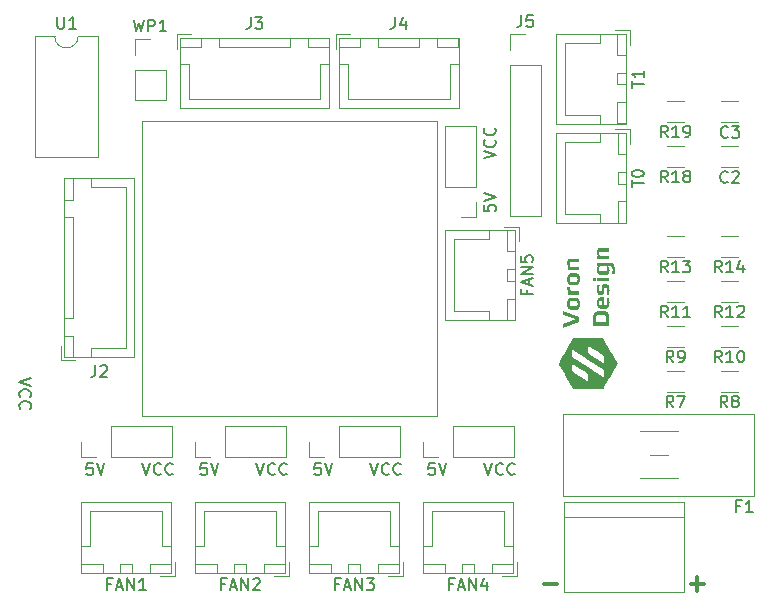
<source format=gto>
G04 #@! TF.GenerationSoftware,KiCad,Pcbnew,(7.0.0-0)*
G04 #@! TF.CreationDate,2023-03-15T19:35:01+00:00*
G04 #@! TF.ProjectId,Klipper Expander Hat,4b6c6970-7065-4722-9045-7870616e6465,rev?*
G04 #@! TF.SameCoordinates,Original*
G04 #@! TF.FileFunction,Legend,Top*
G04 #@! TF.FilePolarity,Positive*
%FSLAX46Y46*%
G04 Gerber Fmt 4.6, Leading zero omitted, Abs format (unit mm)*
G04 Created by KiCad (PCBNEW (7.0.0-0)) date 2023-03-15 19:35:01*
%MOMM*%
%LPD*%
G01*
G04 APERTURE LIST*
%ADD10C,0.120000*%
%ADD11C,0.150000*%
%ADD12C,0.300000*%
%ADD13C,0.250000*%
G04 APERTURE END LIST*
D10*
X112000000Y-59614000D02*
X112000000Y-59614000D01*
X112000000Y-59614000D02*
X112000000Y-59614000D01*
X112000000Y-59614000D02*
X112000000Y-59614000D01*
X112000000Y-59614000D02*
X112000000Y-59614000D01*
X112000000Y-59614000D02*
X137000000Y-59614000D01*
X137000000Y-59614000D02*
X137000000Y-84614000D01*
X137000000Y-84614000D02*
X112000000Y-84614000D01*
X112000000Y-84614000D02*
X112000000Y-59614000D01*
D11*
X140989238Y-88622380D02*
X141322571Y-89622380D01*
X141322571Y-89622380D02*
X141655904Y-88622380D01*
X142560666Y-89527142D02*
X142513047Y-89574761D01*
X142513047Y-89574761D02*
X142370190Y-89622380D01*
X142370190Y-89622380D02*
X142274952Y-89622380D01*
X142274952Y-89622380D02*
X142132095Y-89574761D01*
X142132095Y-89574761D02*
X142036857Y-89479523D01*
X142036857Y-89479523D02*
X141989238Y-89384285D01*
X141989238Y-89384285D02*
X141941619Y-89193809D01*
X141941619Y-89193809D02*
X141941619Y-89050952D01*
X141941619Y-89050952D02*
X141989238Y-88860476D01*
X141989238Y-88860476D02*
X142036857Y-88765238D01*
X142036857Y-88765238D02*
X142132095Y-88670000D01*
X142132095Y-88670000D02*
X142274952Y-88622380D01*
X142274952Y-88622380D02*
X142370190Y-88622380D01*
X142370190Y-88622380D02*
X142513047Y-88670000D01*
X142513047Y-88670000D02*
X142560666Y-88717619D01*
X143560666Y-89527142D02*
X143513047Y-89574761D01*
X143513047Y-89574761D02*
X143370190Y-89622380D01*
X143370190Y-89622380D02*
X143274952Y-89622380D01*
X143274952Y-89622380D02*
X143132095Y-89574761D01*
X143132095Y-89574761D02*
X143036857Y-89479523D01*
X143036857Y-89479523D02*
X142989238Y-89384285D01*
X142989238Y-89384285D02*
X142941619Y-89193809D01*
X142941619Y-89193809D02*
X142941619Y-89050952D01*
X142941619Y-89050952D02*
X142989238Y-88860476D01*
X142989238Y-88860476D02*
X143036857Y-88765238D01*
X143036857Y-88765238D02*
X143132095Y-88670000D01*
X143132095Y-88670000D02*
X143274952Y-88622380D01*
X143274952Y-88622380D02*
X143370190Y-88622380D01*
X143370190Y-88622380D02*
X143513047Y-88670000D01*
X143513047Y-88670000D02*
X143560666Y-88717619D01*
X107826285Y-88622380D02*
X107350095Y-88622380D01*
X107350095Y-88622380D02*
X107302476Y-89098571D01*
X107302476Y-89098571D02*
X107350095Y-89050952D01*
X107350095Y-89050952D02*
X107445333Y-89003333D01*
X107445333Y-89003333D02*
X107683428Y-89003333D01*
X107683428Y-89003333D02*
X107778666Y-89050952D01*
X107778666Y-89050952D02*
X107826285Y-89098571D01*
X107826285Y-89098571D02*
X107873904Y-89193809D01*
X107873904Y-89193809D02*
X107873904Y-89431904D01*
X107873904Y-89431904D02*
X107826285Y-89527142D01*
X107826285Y-89527142D02*
X107778666Y-89574761D01*
X107778666Y-89574761D02*
X107683428Y-89622380D01*
X107683428Y-89622380D02*
X107445333Y-89622380D01*
X107445333Y-89622380D02*
X107350095Y-89574761D01*
X107350095Y-89574761D02*
X107302476Y-89527142D01*
X108159619Y-88622380D02*
X108492952Y-89622380D01*
X108492952Y-89622380D02*
X108826285Y-88622380D01*
D12*
X147140857Y-98848142D02*
X145998000Y-98848142D01*
D11*
X112033238Y-88622380D02*
X112366571Y-89622380D01*
X112366571Y-89622380D02*
X112699904Y-88622380D01*
X113604666Y-89527142D02*
X113557047Y-89574761D01*
X113557047Y-89574761D02*
X113414190Y-89622380D01*
X113414190Y-89622380D02*
X113318952Y-89622380D01*
X113318952Y-89622380D02*
X113176095Y-89574761D01*
X113176095Y-89574761D02*
X113080857Y-89479523D01*
X113080857Y-89479523D02*
X113033238Y-89384285D01*
X113033238Y-89384285D02*
X112985619Y-89193809D01*
X112985619Y-89193809D02*
X112985619Y-89050952D01*
X112985619Y-89050952D02*
X113033238Y-88860476D01*
X113033238Y-88860476D02*
X113080857Y-88765238D01*
X113080857Y-88765238D02*
X113176095Y-88670000D01*
X113176095Y-88670000D02*
X113318952Y-88622380D01*
X113318952Y-88622380D02*
X113414190Y-88622380D01*
X113414190Y-88622380D02*
X113557047Y-88670000D01*
X113557047Y-88670000D02*
X113604666Y-88717619D01*
X114604666Y-89527142D02*
X114557047Y-89574761D01*
X114557047Y-89574761D02*
X114414190Y-89622380D01*
X114414190Y-89622380D02*
X114318952Y-89622380D01*
X114318952Y-89622380D02*
X114176095Y-89574761D01*
X114176095Y-89574761D02*
X114080857Y-89479523D01*
X114080857Y-89479523D02*
X114033238Y-89384285D01*
X114033238Y-89384285D02*
X113985619Y-89193809D01*
X113985619Y-89193809D02*
X113985619Y-89050952D01*
X113985619Y-89050952D02*
X114033238Y-88860476D01*
X114033238Y-88860476D02*
X114080857Y-88765238D01*
X114080857Y-88765238D02*
X114176095Y-88670000D01*
X114176095Y-88670000D02*
X114318952Y-88622380D01*
X114318952Y-88622380D02*
X114414190Y-88622380D01*
X114414190Y-88622380D02*
X114557047Y-88670000D01*
X114557047Y-88670000D02*
X114604666Y-88717619D01*
D12*
X159586857Y-98848142D02*
X158444000Y-98848142D01*
X159015428Y-99419571D02*
X159015428Y-98276714D01*
D11*
X140946380Y-62820761D02*
X141946380Y-62487428D01*
X141946380Y-62487428D02*
X140946380Y-62154095D01*
X141851142Y-61249333D02*
X141898761Y-61296952D01*
X141898761Y-61296952D02*
X141946380Y-61439809D01*
X141946380Y-61439809D02*
X141946380Y-61535047D01*
X141946380Y-61535047D02*
X141898761Y-61677904D01*
X141898761Y-61677904D02*
X141803523Y-61773142D01*
X141803523Y-61773142D02*
X141708285Y-61820761D01*
X141708285Y-61820761D02*
X141517809Y-61868380D01*
X141517809Y-61868380D02*
X141374952Y-61868380D01*
X141374952Y-61868380D02*
X141184476Y-61820761D01*
X141184476Y-61820761D02*
X141089238Y-61773142D01*
X141089238Y-61773142D02*
X140994000Y-61677904D01*
X140994000Y-61677904D02*
X140946380Y-61535047D01*
X140946380Y-61535047D02*
X140946380Y-61439809D01*
X140946380Y-61439809D02*
X140994000Y-61296952D01*
X140994000Y-61296952D02*
X141041619Y-61249333D01*
X141851142Y-60249333D02*
X141898761Y-60296952D01*
X141898761Y-60296952D02*
X141946380Y-60439809D01*
X141946380Y-60439809D02*
X141946380Y-60535047D01*
X141946380Y-60535047D02*
X141898761Y-60677904D01*
X141898761Y-60677904D02*
X141803523Y-60773142D01*
X141803523Y-60773142D02*
X141708285Y-60820761D01*
X141708285Y-60820761D02*
X141517809Y-60868380D01*
X141517809Y-60868380D02*
X141374952Y-60868380D01*
X141374952Y-60868380D02*
X141184476Y-60820761D01*
X141184476Y-60820761D02*
X141089238Y-60773142D01*
X141089238Y-60773142D02*
X140994000Y-60677904D01*
X140994000Y-60677904D02*
X140946380Y-60535047D01*
X140946380Y-60535047D02*
X140946380Y-60439809D01*
X140946380Y-60439809D02*
X140994000Y-60296952D01*
X140994000Y-60296952D02*
X141041619Y-60249333D01*
X127130285Y-88622380D02*
X126654095Y-88622380D01*
X126654095Y-88622380D02*
X126606476Y-89098571D01*
X126606476Y-89098571D02*
X126654095Y-89050952D01*
X126654095Y-89050952D02*
X126749333Y-89003333D01*
X126749333Y-89003333D02*
X126987428Y-89003333D01*
X126987428Y-89003333D02*
X127082666Y-89050952D01*
X127082666Y-89050952D02*
X127130285Y-89098571D01*
X127130285Y-89098571D02*
X127177904Y-89193809D01*
X127177904Y-89193809D02*
X127177904Y-89431904D01*
X127177904Y-89431904D02*
X127130285Y-89527142D01*
X127130285Y-89527142D02*
X127082666Y-89574761D01*
X127082666Y-89574761D02*
X126987428Y-89622380D01*
X126987428Y-89622380D02*
X126749333Y-89622380D01*
X126749333Y-89622380D02*
X126654095Y-89574761D01*
X126654095Y-89574761D02*
X126606476Y-89527142D01*
X127463619Y-88622380D02*
X127796952Y-89622380D01*
X127796952Y-89622380D02*
X128130285Y-88622380D01*
X102614619Y-81426238D02*
X101614619Y-81759571D01*
X101614619Y-81759571D02*
X102614619Y-82092904D01*
X101709857Y-82997666D02*
X101662238Y-82950047D01*
X101662238Y-82950047D02*
X101614619Y-82807190D01*
X101614619Y-82807190D02*
X101614619Y-82711952D01*
X101614619Y-82711952D02*
X101662238Y-82569095D01*
X101662238Y-82569095D02*
X101757476Y-82473857D01*
X101757476Y-82473857D02*
X101852714Y-82426238D01*
X101852714Y-82426238D02*
X102043190Y-82378619D01*
X102043190Y-82378619D02*
X102186047Y-82378619D01*
X102186047Y-82378619D02*
X102376523Y-82426238D01*
X102376523Y-82426238D02*
X102471761Y-82473857D01*
X102471761Y-82473857D02*
X102567000Y-82569095D01*
X102567000Y-82569095D02*
X102614619Y-82711952D01*
X102614619Y-82711952D02*
X102614619Y-82807190D01*
X102614619Y-82807190D02*
X102567000Y-82950047D01*
X102567000Y-82950047D02*
X102519380Y-82997666D01*
X101709857Y-83997666D02*
X101662238Y-83950047D01*
X101662238Y-83950047D02*
X101614619Y-83807190D01*
X101614619Y-83807190D02*
X101614619Y-83711952D01*
X101614619Y-83711952D02*
X101662238Y-83569095D01*
X101662238Y-83569095D02*
X101757476Y-83473857D01*
X101757476Y-83473857D02*
X101852714Y-83426238D01*
X101852714Y-83426238D02*
X102043190Y-83378619D01*
X102043190Y-83378619D02*
X102186047Y-83378619D01*
X102186047Y-83378619D02*
X102376523Y-83426238D01*
X102376523Y-83426238D02*
X102471761Y-83473857D01*
X102471761Y-83473857D02*
X102567000Y-83569095D01*
X102567000Y-83569095D02*
X102614619Y-83711952D01*
X102614619Y-83711952D02*
X102614619Y-83807190D01*
X102614619Y-83807190D02*
X102567000Y-83950047D01*
X102567000Y-83950047D02*
X102519380Y-83997666D01*
X140946380Y-66773714D02*
X140946380Y-67249904D01*
X140946380Y-67249904D02*
X141422571Y-67297523D01*
X141422571Y-67297523D02*
X141374952Y-67249904D01*
X141374952Y-67249904D02*
X141327333Y-67154666D01*
X141327333Y-67154666D02*
X141327333Y-66916571D01*
X141327333Y-66916571D02*
X141374952Y-66821333D01*
X141374952Y-66821333D02*
X141422571Y-66773714D01*
X141422571Y-66773714D02*
X141517809Y-66726095D01*
X141517809Y-66726095D02*
X141755904Y-66726095D01*
X141755904Y-66726095D02*
X141851142Y-66773714D01*
X141851142Y-66773714D02*
X141898761Y-66821333D01*
X141898761Y-66821333D02*
X141946380Y-66916571D01*
X141946380Y-66916571D02*
X141946380Y-67154666D01*
X141946380Y-67154666D02*
X141898761Y-67249904D01*
X141898761Y-67249904D02*
X141851142Y-67297523D01*
X140946380Y-66440380D02*
X141946380Y-66107047D01*
X141946380Y-66107047D02*
X140946380Y-65773714D01*
X117478285Y-88622380D02*
X117002095Y-88622380D01*
X117002095Y-88622380D02*
X116954476Y-89098571D01*
X116954476Y-89098571D02*
X117002095Y-89050952D01*
X117002095Y-89050952D02*
X117097333Y-89003333D01*
X117097333Y-89003333D02*
X117335428Y-89003333D01*
X117335428Y-89003333D02*
X117430666Y-89050952D01*
X117430666Y-89050952D02*
X117478285Y-89098571D01*
X117478285Y-89098571D02*
X117525904Y-89193809D01*
X117525904Y-89193809D02*
X117525904Y-89431904D01*
X117525904Y-89431904D02*
X117478285Y-89527142D01*
X117478285Y-89527142D02*
X117430666Y-89574761D01*
X117430666Y-89574761D02*
X117335428Y-89622380D01*
X117335428Y-89622380D02*
X117097333Y-89622380D01*
X117097333Y-89622380D02*
X117002095Y-89574761D01*
X117002095Y-89574761D02*
X116954476Y-89527142D01*
X117811619Y-88622380D02*
X118144952Y-89622380D01*
X118144952Y-89622380D02*
X118478285Y-88622380D01*
X131337238Y-88622380D02*
X131670571Y-89622380D01*
X131670571Y-89622380D02*
X132003904Y-88622380D01*
X132908666Y-89527142D02*
X132861047Y-89574761D01*
X132861047Y-89574761D02*
X132718190Y-89622380D01*
X132718190Y-89622380D02*
X132622952Y-89622380D01*
X132622952Y-89622380D02*
X132480095Y-89574761D01*
X132480095Y-89574761D02*
X132384857Y-89479523D01*
X132384857Y-89479523D02*
X132337238Y-89384285D01*
X132337238Y-89384285D02*
X132289619Y-89193809D01*
X132289619Y-89193809D02*
X132289619Y-89050952D01*
X132289619Y-89050952D02*
X132337238Y-88860476D01*
X132337238Y-88860476D02*
X132384857Y-88765238D01*
X132384857Y-88765238D02*
X132480095Y-88670000D01*
X132480095Y-88670000D02*
X132622952Y-88622380D01*
X132622952Y-88622380D02*
X132718190Y-88622380D01*
X132718190Y-88622380D02*
X132861047Y-88670000D01*
X132861047Y-88670000D02*
X132908666Y-88717619D01*
X133908666Y-89527142D02*
X133861047Y-89574761D01*
X133861047Y-89574761D02*
X133718190Y-89622380D01*
X133718190Y-89622380D02*
X133622952Y-89622380D01*
X133622952Y-89622380D02*
X133480095Y-89574761D01*
X133480095Y-89574761D02*
X133384857Y-89479523D01*
X133384857Y-89479523D02*
X133337238Y-89384285D01*
X133337238Y-89384285D02*
X133289619Y-89193809D01*
X133289619Y-89193809D02*
X133289619Y-89050952D01*
X133289619Y-89050952D02*
X133337238Y-88860476D01*
X133337238Y-88860476D02*
X133384857Y-88765238D01*
X133384857Y-88765238D02*
X133480095Y-88670000D01*
X133480095Y-88670000D02*
X133622952Y-88622380D01*
X133622952Y-88622380D02*
X133718190Y-88622380D01*
X133718190Y-88622380D02*
X133861047Y-88670000D01*
X133861047Y-88670000D02*
X133908666Y-88717619D01*
X121685238Y-88622380D02*
X122018571Y-89622380D01*
X122018571Y-89622380D02*
X122351904Y-88622380D01*
X123256666Y-89527142D02*
X123209047Y-89574761D01*
X123209047Y-89574761D02*
X123066190Y-89622380D01*
X123066190Y-89622380D02*
X122970952Y-89622380D01*
X122970952Y-89622380D02*
X122828095Y-89574761D01*
X122828095Y-89574761D02*
X122732857Y-89479523D01*
X122732857Y-89479523D02*
X122685238Y-89384285D01*
X122685238Y-89384285D02*
X122637619Y-89193809D01*
X122637619Y-89193809D02*
X122637619Y-89050952D01*
X122637619Y-89050952D02*
X122685238Y-88860476D01*
X122685238Y-88860476D02*
X122732857Y-88765238D01*
X122732857Y-88765238D02*
X122828095Y-88670000D01*
X122828095Y-88670000D02*
X122970952Y-88622380D01*
X122970952Y-88622380D02*
X123066190Y-88622380D01*
X123066190Y-88622380D02*
X123209047Y-88670000D01*
X123209047Y-88670000D02*
X123256666Y-88717619D01*
X124256666Y-89527142D02*
X124209047Y-89574761D01*
X124209047Y-89574761D02*
X124066190Y-89622380D01*
X124066190Y-89622380D02*
X123970952Y-89622380D01*
X123970952Y-89622380D02*
X123828095Y-89574761D01*
X123828095Y-89574761D02*
X123732857Y-89479523D01*
X123732857Y-89479523D02*
X123685238Y-89384285D01*
X123685238Y-89384285D02*
X123637619Y-89193809D01*
X123637619Y-89193809D02*
X123637619Y-89050952D01*
X123637619Y-89050952D02*
X123685238Y-88860476D01*
X123685238Y-88860476D02*
X123732857Y-88765238D01*
X123732857Y-88765238D02*
X123828095Y-88670000D01*
X123828095Y-88670000D02*
X123970952Y-88622380D01*
X123970952Y-88622380D02*
X124066190Y-88622380D01*
X124066190Y-88622380D02*
X124209047Y-88670000D01*
X124209047Y-88670000D02*
X124256666Y-88717619D01*
D13*
G36*
X147681055Y-77140000D02*
G01*
X147681055Y-76808073D01*
X148769157Y-76442808D01*
X148769157Y-76434382D01*
X147681055Y-76069117D01*
X147681055Y-75745617D01*
X149041000Y-76249734D01*
X149041000Y-76650537D01*
X147681055Y-77140000D01*
G37*
G36*
X148713339Y-74608323D02*
G01*
X148730394Y-74609125D01*
X148747050Y-74610461D01*
X148763307Y-74612332D01*
X148779164Y-74614738D01*
X148794622Y-74617677D01*
X148809681Y-74621152D01*
X148824341Y-74625161D01*
X148838601Y-74629704D01*
X148852462Y-74634782D01*
X148861481Y-74638464D01*
X148878763Y-74646347D01*
X148895072Y-74654790D01*
X148910408Y-74663795D01*
X148924770Y-74673360D01*
X148938160Y-74683487D01*
X148950576Y-74694175D01*
X148962019Y-74705423D01*
X148972489Y-74717233D01*
X148983264Y-74731141D01*
X148991407Y-74743337D01*
X148999126Y-74756483D01*
X149006422Y-74770580D01*
X149013294Y-74785626D01*
X149019743Y-74801623D01*
X149025768Y-74818571D01*
X149030009Y-74831905D01*
X149035258Y-74849908D01*
X149040015Y-74867831D01*
X149044280Y-74885674D01*
X149048052Y-74903437D01*
X149051332Y-74921120D01*
X149054120Y-74938723D01*
X149056415Y-74956245D01*
X149058219Y-74973688D01*
X149059678Y-74989830D01*
X149060943Y-75006752D01*
X149062014Y-75024452D01*
X149062890Y-75042930D01*
X149063571Y-75062187D01*
X149063954Y-75077141D01*
X149064228Y-75092533D01*
X149064392Y-75108362D01*
X149064447Y-75124630D01*
X149064392Y-75142059D01*
X149064228Y-75158903D01*
X149063954Y-75175161D01*
X149063571Y-75190833D01*
X149063078Y-75205919D01*
X149062251Y-75225121D01*
X149061229Y-75243282D01*
X149060013Y-75260401D01*
X149058602Y-75276478D01*
X149058219Y-75280334D01*
X149056461Y-75295670D01*
X149054303Y-75311269D01*
X149051744Y-75327132D01*
X149048785Y-75343258D01*
X149045424Y-75359647D01*
X149041664Y-75376299D01*
X149037502Y-75393215D01*
X149032939Y-75410394D01*
X149027438Y-75428804D01*
X149021376Y-75446297D01*
X149014753Y-75462875D01*
X149007569Y-75478538D01*
X148999824Y-75493284D01*
X148991517Y-75507114D01*
X148982650Y-75520028D01*
X148973222Y-75532027D01*
X148962918Y-75543338D01*
X148951607Y-75554192D01*
X148939288Y-75564587D01*
X148925961Y-75574525D01*
X148911627Y-75584005D01*
X148896286Y-75593026D01*
X148879937Y-75601590D01*
X148862580Y-75609696D01*
X148844806Y-75617080D01*
X148830866Y-75621973D01*
X148816405Y-75626311D01*
X148801423Y-75630096D01*
X148785918Y-75633326D01*
X148769892Y-75636003D01*
X148753345Y-75638126D01*
X148736276Y-75639696D01*
X148718685Y-75640711D01*
X148700572Y-75641172D01*
X148694419Y-75641203D01*
X148394000Y-75641203D01*
X148375329Y-75640926D01*
X148357095Y-75640096D01*
X148339299Y-75638711D01*
X148321941Y-75636773D01*
X148305021Y-75634280D01*
X148288539Y-75631234D01*
X148272495Y-75627634D01*
X148256888Y-75623480D01*
X148241720Y-75618773D01*
X148226990Y-75613511D01*
X148217413Y-75609696D01*
X148203493Y-75603624D01*
X148190171Y-75597224D01*
X148173342Y-75588179D01*
X148157576Y-75578551D01*
X148142876Y-75568338D01*
X148129240Y-75557542D01*
X148116670Y-75546162D01*
X148105163Y-75534198D01*
X148099810Y-75527997D01*
X148088876Y-75513560D01*
X148080541Y-75501007D01*
X148072573Y-75487560D01*
X148064971Y-75473220D01*
X148057735Y-75457988D01*
X148050866Y-75441862D01*
X148044363Y-75424843D01*
X148039726Y-75411493D01*
X148033961Y-75393409D01*
X148028758Y-75375429D01*
X148024115Y-75357551D01*
X148020034Y-75339777D01*
X148016513Y-75322106D01*
X148013554Y-75304537D01*
X148011155Y-75287072D01*
X148009318Y-75269710D01*
X148009318Y-75254864D01*
X148009318Y-75235469D01*
X148009318Y-75216533D01*
X148009318Y-75198054D01*
X148009318Y-75180034D01*
X148009318Y-75162471D01*
X148009318Y-75145366D01*
X148009318Y-75128720D01*
X148009318Y-75124630D01*
X148197629Y-75124630D01*
X148197761Y-75139576D01*
X148198452Y-75160858D01*
X148199736Y-75180775D01*
X148201612Y-75199326D01*
X148204080Y-75216513D01*
X148207142Y-75232334D01*
X148210795Y-75246789D01*
X148216588Y-75263940D01*
X148223435Y-75278663D01*
X148231334Y-75290959D01*
X148242996Y-75303624D01*
X148257145Y-75314143D01*
X148270254Y-75321012D01*
X148284954Y-75326508D01*
X148301246Y-75330629D01*
X148319129Y-75333377D01*
X148338603Y-75334751D01*
X148348937Y-75334923D01*
X148733254Y-75334923D01*
X148750328Y-75334484D01*
X148766062Y-75333170D01*
X148783171Y-75330435D01*
X148798348Y-75326438D01*
X148813612Y-75320179D01*
X148819349Y-75316971D01*
X148831436Y-75307872D01*
X148842049Y-75296284D01*
X148851191Y-75282207D01*
X148857854Y-75268159D01*
X148862580Y-75255055D01*
X148866485Y-75240183D01*
X148869728Y-75223270D01*
X148871847Y-75208272D01*
X148873541Y-75191969D01*
X148874812Y-75174361D01*
X148875659Y-75155447D01*
X148876016Y-75140405D01*
X148876136Y-75124630D01*
X148876016Y-75108857D01*
X148875659Y-75093825D01*
X148874812Y-75074934D01*
X148873541Y-75057360D01*
X148871847Y-75041103D01*
X148869728Y-75026162D01*
X148866485Y-75009338D01*
X148862580Y-74994570D01*
X148856818Y-74978998D01*
X148849975Y-74965255D01*
X148840623Y-74951534D01*
X148829799Y-74940301D01*
X148819349Y-74932655D01*
X148805212Y-74925660D01*
X148791001Y-74921032D01*
X148774858Y-74917666D01*
X148759929Y-74915825D01*
X148743659Y-74914861D01*
X148733254Y-74914703D01*
X148348937Y-74914703D01*
X148333586Y-74915093D01*
X148314509Y-74916824D01*
X148297024Y-74919941D01*
X148281130Y-74924443D01*
X148266827Y-74930331D01*
X148251187Y-74939639D01*
X148238033Y-74951111D01*
X148231334Y-74959033D01*
X148221624Y-74974668D01*
X148215041Y-74989906D01*
X148209511Y-75007572D01*
X148206055Y-75022414D01*
X148203192Y-75038621D01*
X148200921Y-75056194D01*
X148199242Y-75075132D01*
X148198156Y-75095435D01*
X148197662Y-75117103D01*
X148197629Y-75124630D01*
X148009318Y-75124630D01*
X148009366Y-75106901D01*
X148009511Y-75089849D01*
X148009752Y-75073474D01*
X148010091Y-75057774D01*
X148010525Y-75042750D01*
X148011255Y-75023771D01*
X148012157Y-75005994D01*
X148013230Y-74989419D01*
X148014475Y-74974046D01*
X148014813Y-74970390D01*
X148016342Y-74955741D01*
X148018362Y-74940738D01*
X148020875Y-74925379D01*
X148023881Y-74909665D01*
X148027378Y-74893597D01*
X148031368Y-74877173D01*
X148035851Y-74860395D01*
X148040825Y-74843262D01*
X148046859Y-74824835D01*
X148053419Y-74807289D01*
X148060506Y-74790626D01*
X148068119Y-74774843D01*
X148076259Y-74759943D01*
X148084926Y-74745923D01*
X148094120Y-74732786D01*
X148103840Y-74720530D01*
X148114258Y-74708926D01*
X148125730Y-74697747D01*
X148138255Y-74686990D01*
X148151833Y-74676658D01*
X148166465Y-74666749D01*
X148182150Y-74657263D01*
X148198888Y-74648202D01*
X148212133Y-74641683D01*
X148216680Y-74639563D01*
X148231023Y-74633933D01*
X148245887Y-74628856D01*
X148261274Y-74624333D01*
X148277182Y-74620364D01*
X148293611Y-74616948D01*
X148310562Y-74614087D01*
X148328035Y-74611779D01*
X148346029Y-74610025D01*
X148364545Y-74608825D01*
X148383583Y-74608179D01*
X148396565Y-74608056D01*
X148695884Y-74608056D01*
X148713339Y-74608323D01*
G37*
G36*
X148032765Y-74369187D02*
G01*
X148032765Y-74077194D01*
X148211184Y-74077194D01*
X148196126Y-74076228D01*
X148181174Y-74073330D01*
X148166330Y-74068500D01*
X148151593Y-74061738D01*
X148136963Y-74053044D01*
X148122441Y-74042418D01*
X148116662Y-74037627D01*
X148105368Y-74027300D01*
X148094566Y-74016286D01*
X148084256Y-74004585D01*
X148074439Y-73992198D01*
X148065114Y-73979123D01*
X148056281Y-73965362D01*
X148047941Y-73950913D01*
X148040092Y-73935778D01*
X148032880Y-73920230D01*
X148026628Y-73904728D01*
X148021339Y-73889272D01*
X148017011Y-73873862D01*
X148013645Y-73858498D01*
X148011241Y-73843179D01*
X148009799Y-73827906D01*
X148009318Y-73812679D01*
X148009318Y-73703503D01*
X148267238Y-73703503D01*
X148267238Y-73808649D01*
X148267393Y-73824640D01*
X148267856Y-73840099D01*
X148268629Y-73855026D01*
X148270368Y-73876417D01*
X148272802Y-73896611D01*
X148275932Y-73915607D01*
X148279758Y-73933405D01*
X148284278Y-73950005D01*
X148289495Y-73965407D01*
X148295407Y-73979612D01*
X148304371Y-73996688D01*
X148306806Y-74000624D01*
X148317419Y-74015136D01*
X148329657Y-74027712D01*
X148343522Y-74038354D01*
X148359012Y-74047061D01*
X148376128Y-74053833D01*
X148394870Y-74058670D01*
X148409994Y-74061028D01*
X148426031Y-74062298D01*
X148437231Y-74062540D01*
X149041000Y-74062540D01*
X149041000Y-74369187D01*
X148032765Y-74369187D01*
G37*
G36*
X148713339Y-72531771D02*
G01*
X148730394Y-72532572D01*
X148747050Y-72533909D01*
X148763307Y-72535779D01*
X148779164Y-72538185D01*
X148794622Y-72541125D01*
X148809681Y-72544599D01*
X148824341Y-72548608D01*
X148838601Y-72553151D01*
X148852462Y-72558229D01*
X148861481Y-72561912D01*
X148878763Y-72569794D01*
X148895072Y-72578238D01*
X148910408Y-72587242D01*
X148924770Y-72596808D01*
X148938160Y-72606934D01*
X148950576Y-72617622D01*
X148962019Y-72628870D01*
X148972489Y-72640680D01*
X148983264Y-72654588D01*
X148991407Y-72666784D01*
X148999126Y-72679931D01*
X149006422Y-72694027D01*
X149013294Y-72709074D01*
X149019743Y-72725071D01*
X149025768Y-72742018D01*
X149030009Y-72755352D01*
X149035258Y-72773355D01*
X149040015Y-72791279D01*
X149044280Y-72809122D01*
X149048052Y-72826885D01*
X149051332Y-72844567D01*
X149054120Y-72862170D01*
X149056415Y-72879693D01*
X149058219Y-72897135D01*
X149059678Y-72913278D01*
X149060943Y-72930199D01*
X149062014Y-72947899D01*
X149062890Y-72966378D01*
X149063571Y-72985635D01*
X149063954Y-73000588D01*
X149064228Y-73015980D01*
X149064392Y-73031810D01*
X149064447Y-73048077D01*
X149064392Y-73065507D01*
X149064228Y-73082351D01*
X149063954Y-73098608D01*
X149063571Y-73114280D01*
X149063078Y-73129366D01*
X149062251Y-73148568D01*
X149061229Y-73166729D01*
X149060013Y-73183848D01*
X149058602Y-73199925D01*
X149058219Y-73203782D01*
X149056461Y-73219118D01*
X149054303Y-73234717D01*
X149051744Y-73250579D01*
X149048785Y-73266705D01*
X149045424Y-73283094D01*
X149041664Y-73299746D01*
X149037502Y-73316662D01*
X149032939Y-73333841D01*
X149027438Y-73352251D01*
X149021376Y-73369745D01*
X149014753Y-73386323D01*
X149007569Y-73401985D01*
X148999824Y-73416731D01*
X148991517Y-73430561D01*
X148982650Y-73443476D01*
X148973222Y-73455474D01*
X148962918Y-73466786D01*
X148951607Y-73477639D01*
X148939288Y-73488035D01*
X148925961Y-73497972D01*
X148911627Y-73507452D01*
X148896286Y-73516474D01*
X148879937Y-73525037D01*
X148862580Y-73533143D01*
X148844806Y-73540528D01*
X148830866Y-73545420D01*
X148816405Y-73549758D01*
X148801423Y-73553543D01*
X148785918Y-73556774D01*
X148769892Y-73559451D01*
X148753345Y-73561574D01*
X148736276Y-73563143D01*
X148718685Y-73564158D01*
X148700572Y-73564620D01*
X148694419Y-73564651D01*
X148394000Y-73564651D01*
X148375329Y-73564374D01*
X148357095Y-73563543D01*
X148339299Y-73562158D01*
X148321941Y-73560220D01*
X148305021Y-73557728D01*
X148288539Y-73554681D01*
X148272495Y-73551082D01*
X148256888Y-73546928D01*
X148241720Y-73542220D01*
X148226990Y-73536959D01*
X148217413Y-73533143D01*
X148203493Y-73527071D01*
X148190171Y-73520671D01*
X148173342Y-73511627D01*
X148157576Y-73501998D01*
X148142876Y-73491786D01*
X148129240Y-73480989D01*
X148116670Y-73469609D01*
X148105163Y-73457645D01*
X148099810Y-73451444D01*
X148088876Y-73437008D01*
X148080541Y-73424454D01*
X148072573Y-73411007D01*
X148064971Y-73396668D01*
X148057735Y-73381435D01*
X148050866Y-73365309D01*
X148044363Y-73348290D01*
X148039726Y-73334940D01*
X148033961Y-73316857D01*
X148028758Y-73298876D01*
X148024115Y-73280999D01*
X148020034Y-73263224D01*
X148016513Y-73245553D01*
X148013554Y-73227985D01*
X148011155Y-73210519D01*
X148009318Y-73193157D01*
X148009318Y-73178311D01*
X148009318Y-73158916D01*
X148009318Y-73139980D01*
X148009318Y-73121502D01*
X148009318Y-73103481D01*
X148009318Y-73085918D01*
X148009318Y-73068814D01*
X148009318Y-73052167D01*
X148009318Y-73048077D01*
X148197629Y-73048077D01*
X148197761Y-73063023D01*
X148198452Y-73084306D01*
X148199736Y-73104222D01*
X148201612Y-73122774D01*
X148204080Y-73139960D01*
X148207142Y-73155781D01*
X148210795Y-73170237D01*
X148216588Y-73187387D01*
X148223435Y-73202110D01*
X148231334Y-73214406D01*
X148242996Y-73227072D01*
X148257145Y-73237590D01*
X148270254Y-73244460D01*
X148284954Y-73249955D01*
X148301246Y-73254077D01*
X148319129Y-73256824D01*
X148338603Y-73258198D01*
X148348937Y-73258370D01*
X148733254Y-73258370D01*
X148750328Y-73257932D01*
X148766062Y-73256617D01*
X148783171Y-73253882D01*
X148798348Y-73249885D01*
X148813612Y-73243626D01*
X148819349Y-73240418D01*
X148831436Y-73231320D01*
X148842049Y-73219732D01*
X148851191Y-73205654D01*
X148857854Y-73191606D01*
X148862580Y-73178503D01*
X148866485Y-73163630D01*
X148869728Y-73146718D01*
X148871847Y-73131720D01*
X148873541Y-73115416D01*
X148874812Y-73097808D01*
X148875659Y-73078894D01*
X148876016Y-73063853D01*
X148876136Y-73048077D01*
X148876016Y-73032304D01*
X148875659Y-73017272D01*
X148874812Y-72998382D01*
X148873541Y-72980808D01*
X148871847Y-72964550D01*
X148869728Y-72949609D01*
X148866485Y-72932785D01*
X148862580Y-72918018D01*
X148856818Y-72902446D01*
X148849975Y-72888703D01*
X148840623Y-72874981D01*
X148829799Y-72863749D01*
X148819349Y-72856102D01*
X148805212Y-72849107D01*
X148791001Y-72844479D01*
X148774858Y-72841113D01*
X148759929Y-72839272D01*
X148743659Y-72838308D01*
X148733254Y-72838150D01*
X148348937Y-72838150D01*
X148333586Y-72838540D01*
X148314509Y-72840271D01*
X148297024Y-72843388D01*
X148281130Y-72847891D01*
X148266827Y-72853778D01*
X148251187Y-72863086D01*
X148238033Y-72874558D01*
X148231334Y-72882480D01*
X148221624Y-72898115D01*
X148215041Y-72913354D01*
X148209511Y-72931019D01*
X148206055Y-72945861D01*
X148203192Y-72962069D01*
X148200921Y-72979641D01*
X148199242Y-72998579D01*
X148198156Y-73018882D01*
X148197662Y-73040551D01*
X148197629Y-73048077D01*
X148009318Y-73048077D01*
X148009366Y-73030349D01*
X148009511Y-73013297D01*
X148009752Y-72996921D01*
X148010091Y-72981221D01*
X148010525Y-72966198D01*
X148011255Y-72947218D01*
X148012157Y-72929441D01*
X148013230Y-72912866D01*
X148014475Y-72897493D01*
X148014813Y-72893838D01*
X148016342Y-72879189D01*
X148018362Y-72864185D01*
X148020875Y-72848826D01*
X148023881Y-72833113D01*
X148027378Y-72817044D01*
X148031368Y-72800621D01*
X148035851Y-72783842D01*
X148040825Y-72766709D01*
X148046859Y-72748282D01*
X148053419Y-72730737D01*
X148060506Y-72714073D01*
X148068119Y-72698291D01*
X148076259Y-72683390D01*
X148084926Y-72669371D01*
X148094120Y-72656233D01*
X148103840Y-72643977D01*
X148114258Y-72632374D01*
X148125730Y-72621194D01*
X148138255Y-72610438D01*
X148151833Y-72600105D01*
X148166465Y-72590196D01*
X148182150Y-72580711D01*
X148198888Y-72571649D01*
X148212133Y-72565130D01*
X148216680Y-72563011D01*
X148231023Y-72557380D01*
X148245887Y-72552303D01*
X148261274Y-72547780D01*
X148277182Y-72543811D01*
X148293611Y-72540396D01*
X148310562Y-72537534D01*
X148328035Y-72535226D01*
X148346029Y-72533473D01*
X148364545Y-72532273D01*
X148383583Y-72531626D01*
X148396565Y-72531503D01*
X148695884Y-72531503D01*
X148713339Y-72531771D01*
G37*
G36*
X148032765Y-72292634D02*
G01*
X148032765Y-71990383D01*
X148154398Y-71990383D01*
X148136830Y-71984904D01*
X148120395Y-71977440D01*
X148105093Y-71967994D01*
X148090925Y-71956563D01*
X148077891Y-71943150D01*
X148065990Y-71927752D01*
X148055222Y-71910371D01*
X148045588Y-71891007D01*
X148037087Y-71869659D01*
X148029720Y-71846328D01*
X148023486Y-71821013D01*
X148018385Y-71793714D01*
X148014418Y-71764432D01*
X148012860Y-71749048D01*
X148011585Y-71733167D01*
X148010593Y-71716790D01*
X148009884Y-71699918D01*
X148009459Y-71682550D01*
X148009318Y-71664685D01*
X148009591Y-71640732D01*
X148010411Y-71617688D01*
X148011778Y-71595554D01*
X148013691Y-71574331D01*
X148016151Y-71554018D01*
X148019158Y-71534615D01*
X148022711Y-71516122D01*
X148026812Y-71498539D01*
X148031458Y-71481867D01*
X148036652Y-71466105D01*
X148042392Y-71451253D01*
X148048679Y-71437311D01*
X148055513Y-71424279D01*
X148066788Y-71406438D01*
X148079293Y-71390645D01*
X148093119Y-71376568D01*
X148108355Y-71363876D01*
X148125001Y-71352569D01*
X148143058Y-71342646D01*
X148162525Y-71334107D01*
X148183402Y-71326953D01*
X148198104Y-71322953D01*
X148213433Y-71319569D01*
X148229388Y-71316800D01*
X148245970Y-71314646D01*
X148263180Y-71313107D01*
X148281015Y-71312184D01*
X148299478Y-71311877D01*
X149041000Y-71311877D01*
X149041000Y-71618524D01*
X148339412Y-71618524D01*
X148321915Y-71618810D01*
X148305831Y-71619668D01*
X148291160Y-71621100D01*
X148275421Y-71623573D01*
X148259630Y-71627500D01*
X148251851Y-71630247D01*
X148238250Y-71637391D01*
X148226755Y-71647466D01*
X148217367Y-71660472D01*
X148210880Y-71674257D01*
X148210085Y-71676409D01*
X148205852Y-71690624D01*
X148202495Y-71707441D01*
X148200366Y-71723443D01*
X148198845Y-71741251D01*
X148198067Y-71756799D01*
X148197678Y-71773503D01*
X148197629Y-71782288D01*
X148197732Y-71798831D01*
X148198041Y-71814523D01*
X148198556Y-71829365D01*
X148199564Y-71847832D01*
X148200938Y-71864788D01*
X148202678Y-71880232D01*
X148205368Y-71897413D01*
X148208631Y-71912232D01*
X148209353Y-71914912D01*
X148214243Y-71929621D01*
X148221543Y-71944372D01*
X148230562Y-71956529D01*
X148242972Y-71967245D01*
X148250019Y-71971332D01*
X148264189Y-71977042D01*
X148278735Y-71980821D01*
X148295496Y-71983568D01*
X148311156Y-71985071D01*
X148328354Y-71985858D01*
X148339412Y-71985987D01*
X149041000Y-71985987D01*
X149041000Y-72292634D01*
X148032765Y-72292634D01*
G37*
G36*
X151186256Y-75766739D02*
G01*
X151204808Y-75767456D01*
X151222812Y-75768651D01*
X151240270Y-75770324D01*
X151257182Y-75772475D01*
X151273547Y-75775104D01*
X151289365Y-75778211D01*
X151304636Y-75781796D01*
X151319361Y-75785858D01*
X151333539Y-75790399D01*
X151353781Y-75798107D01*
X151372793Y-75806890D01*
X151390575Y-75816749D01*
X151407127Y-75827683D01*
X151422557Y-75839768D01*
X151437111Y-75853219D01*
X151450790Y-75868036D01*
X151463592Y-75884217D01*
X151475519Y-75901764D01*
X151486570Y-75920676D01*
X151493451Y-75934043D01*
X151499943Y-75948016D01*
X151506045Y-75962596D01*
X151511758Y-75977783D01*
X151517082Y-75993577D01*
X151522016Y-76009978D01*
X151526561Y-76026985D01*
X151530732Y-76044715D01*
X151534633Y-76063284D01*
X151538265Y-76082691D01*
X151541628Y-76102937D01*
X151544722Y-76124021D01*
X151547547Y-76145944D01*
X151550103Y-76168706D01*
X151552390Y-76192307D01*
X151554408Y-76216746D01*
X151556157Y-76242023D01*
X151557636Y-76268140D01*
X151558847Y-76295095D01*
X151559789Y-76322888D01*
X151560461Y-76351521D01*
X151560865Y-76380991D01*
X151560966Y-76396041D01*
X151561000Y-76411301D01*
X151561000Y-76993087D01*
X150201055Y-76993087D01*
X150201055Y-76665558D01*
X150435528Y-76665558D01*
X151326526Y-76665558D01*
X151326526Y-76425956D01*
X151326482Y-76409408D01*
X151326349Y-76393378D01*
X151326127Y-76377866D01*
X151325817Y-76362872D01*
X151325184Y-76341353D01*
X151324353Y-76320999D01*
X151323321Y-76301811D01*
X151322090Y-76283789D01*
X151320659Y-76266932D01*
X151319029Y-76251241D01*
X151316544Y-76232133D01*
X151315169Y-76223356D01*
X151311900Y-76206910D01*
X151307956Y-76191643D01*
X151303337Y-76177555D01*
X151296612Y-76161603D01*
X151288832Y-76147494D01*
X151279997Y-76135228D01*
X151270106Y-76124804D01*
X151256277Y-76114346D01*
X151242727Y-76107283D01*
X151227333Y-76101723D01*
X151210097Y-76097666D01*
X151194982Y-76095502D01*
X151178687Y-76094300D01*
X151165692Y-76094030D01*
X150608819Y-76094030D01*
X150591327Y-76094706D01*
X150574846Y-76096734D01*
X150559376Y-76100115D01*
X150544917Y-76104849D01*
X150531469Y-76110934D01*
X150515111Y-76121153D01*
X150500551Y-76133775D01*
X150490811Y-76144820D01*
X150482081Y-76157217D01*
X150474363Y-76170966D01*
X150467423Y-76186125D01*
X150461165Y-76202887D01*
X150455590Y-76221253D01*
X150450698Y-76241222D01*
X150446489Y-76262795D01*
X150444061Y-76278068D01*
X150441938Y-76294053D01*
X150440117Y-76310752D01*
X150438600Y-76328162D01*
X150437387Y-76346286D01*
X150436477Y-76365122D01*
X150435870Y-76384671D01*
X150435566Y-76404933D01*
X150435528Y-76415331D01*
X150435528Y-76665558D01*
X150201055Y-76665558D01*
X150201055Y-76413499D01*
X150201091Y-76398623D01*
X150201198Y-76383944D01*
X150201628Y-76355179D01*
X150202343Y-76327203D01*
X150203345Y-76300018D01*
X150204633Y-76273622D01*
X150206207Y-76248017D01*
X150208068Y-76223202D01*
X150210214Y-76199176D01*
X150212647Y-76175941D01*
X150215366Y-76153495D01*
X150218372Y-76131839D01*
X150221663Y-76110974D01*
X150225241Y-76090898D01*
X150229105Y-76071613D01*
X150233255Y-76053117D01*
X150237692Y-76035411D01*
X150242480Y-76018387D01*
X150247687Y-76001935D01*
X150253311Y-75986055D01*
X150259353Y-75970748D01*
X150265813Y-75956013D01*
X150272691Y-75941851D01*
X150279987Y-75928261D01*
X150287700Y-75915244D01*
X150295832Y-75902799D01*
X150308813Y-75885205D01*
X150322734Y-75868899D01*
X150337595Y-75853881D01*
X150353397Y-75840151D01*
X150364454Y-75831713D01*
X150381961Y-75820058D01*
X150400685Y-75809551D01*
X150420627Y-75800189D01*
X150434597Y-75794585D01*
X150449109Y-75789490D01*
X150464161Y-75784905D01*
X150479754Y-75780829D01*
X150495889Y-75777263D01*
X150512564Y-75774206D01*
X150529780Y-75771658D01*
X150547538Y-75769620D01*
X150565836Y-75768092D01*
X150584675Y-75767073D01*
X150604055Y-75766564D01*
X150613948Y-75766500D01*
X151167158Y-75766500D01*
X151186256Y-75766739D01*
G37*
G36*
X151138948Y-75236004D02*
G01*
X151231638Y-75236004D01*
X151247817Y-75235451D01*
X151263108Y-75233789D01*
X151277510Y-75231020D01*
X151295330Y-75225605D01*
X151311571Y-75218220D01*
X151326231Y-75208866D01*
X151339311Y-75197543D01*
X151350812Y-75184251D01*
X151358400Y-75172990D01*
X151367244Y-75155662D01*
X151373104Y-75140600D01*
X151378300Y-75123767D01*
X151382832Y-75105163D01*
X151386702Y-75084788D01*
X151388913Y-75070220D01*
X151390829Y-75054866D01*
X151392450Y-75038724D01*
X151393777Y-75021796D01*
X151394809Y-75004080D01*
X151395546Y-74985577D01*
X151395988Y-74966287D01*
X151396136Y-74946210D01*
X151395964Y-74927149D01*
X151395449Y-74907794D01*
X151394590Y-74888143D01*
X151393388Y-74868198D01*
X151391842Y-74847957D01*
X151389953Y-74827422D01*
X151387721Y-74806593D01*
X151385145Y-74785468D01*
X151382225Y-74764048D01*
X151378962Y-74742334D01*
X151375356Y-74720325D01*
X151371406Y-74698021D01*
X151367113Y-74675423D01*
X151362476Y-74652529D01*
X151357496Y-74629341D01*
X151352172Y-74605858D01*
X151545612Y-74605858D01*
X151550315Y-74629312D01*
X151554714Y-74652964D01*
X151558810Y-74676814D01*
X151562602Y-74700861D01*
X151566091Y-74725105D01*
X151569277Y-74749547D01*
X151572159Y-74774186D01*
X151574738Y-74799023D01*
X151577014Y-74824058D01*
X151578986Y-74849290D01*
X151580654Y-74874719D01*
X151582020Y-74900346D01*
X151583082Y-74926170D01*
X151583840Y-74952192D01*
X151584295Y-74978412D01*
X151584447Y-75004829D01*
X151584126Y-75038030D01*
X151583163Y-75070177D01*
X151581558Y-75101271D01*
X151579312Y-75131310D01*
X151576424Y-75160295D01*
X151572893Y-75188227D01*
X151568721Y-75215104D01*
X151563908Y-75240927D01*
X151558452Y-75265697D01*
X151552354Y-75289412D01*
X151545615Y-75312073D01*
X151538233Y-75333681D01*
X151530210Y-75354234D01*
X151521545Y-75373733D01*
X151512238Y-75392178D01*
X151502290Y-75409569D01*
X151491699Y-75425907D01*
X151480467Y-75441190D01*
X151468592Y-75455419D01*
X151456076Y-75468594D01*
X151442918Y-75480715D01*
X151429118Y-75491782D01*
X151414677Y-75501796D01*
X151399593Y-75510755D01*
X151383868Y-75518660D01*
X151367500Y-75525511D01*
X151350491Y-75531308D01*
X151332840Y-75536051D01*
X151314548Y-75539740D01*
X151295613Y-75542375D01*
X151276036Y-75543956D01*
X151255818Y-75544483D01*
X150891652Y-75544483D01*
X150868248Y-75544004D01*
X150845662Y-75542565D01*
X150823895Y-75540168D01*
X150802946Y-75536812D01*
X150782816Y-75532498D01*
X150763505Y-75527224D01*
X150745012Y-75520991D01*
X150727338Y-75513800D01*
X150710482Y-75505650D01*
X150694445Y-75496541D01*
X150679227Y-75486473D01*
X150664827Y-75475446D01*
X150651245Y-75463461D01*
X150638483Y-75450516D01*
X150626539Y-75436613D01*
X150615413Y-75421751D01*
X150604988Y-75405887D01*
X150595235Y-75388979D01*
X150586154Y-75371025D01*
X150577746Y-75352027D01*
X150570011Y-75331985D01*
X150562949Y-75310897D01*
X150556559Y-75288765D01*
X150550842Y-75265588D01*
X150545797Y-75241367D01*
X150541425Y-75216101D01*
X150537725Y-75189790D01*
X150534699Y-75162434D01*
X150532345Y-75134033D01*
X150530663Y-75104588D01*
X150530074Y-75089474D01*
X150529654Y-75074099D01*
X150529402Y-75058462D01*
X150529341Y-75046960D01*
X150717629Y-75046960D01*
X150717858Y-75067196D01*
X150718543Y-75086137D01*
X150719687Y-75103784D01*
X150721287Y-75120136D01*
X150723344Y-75135194D01*
X150726799Y-75153257D01*
X150731067Y-75169019D01*
X150737544Y-75185486D01*
X150743641Y-75196071D01*
X150753099Y-75207575D01*
X150765841Y-75218806D01*
X150780104Y-75227230D01*
X150795886Y-75232846D01*
X150813188Y-75235653D01*
X150822409Y-75236004D01*
X150974817Y-75236004D01*
X150974817Y-74868541D01*
X150822409Y-74868541D01*
X150806681Y-74869543D01*
X150792241Y-74872548D01*
X150776614Y-74878799D01*
X150762841Y-74887935D01*
X150750922Y-74899957D01*
X150744007Y-74909574D01*
X150736408Y-74923651D01*
X150730097Y-74940464D01*
X150725975Y-74955886D01*
X150722678Y-74973059D01*
X150720205Y-74991984D01*
X150718891Y-75007328D01*
X150718041Y-75023656D01*
X150717655Y-75040970D01*
X150717629Y-75046960D01*
X150529341Y-75046960D01*
X150529318Y-75042564D01*
X150529399Y-75027601D01*
X150529641Y-75012890D01*
X150530611Y-74984226D01*
X150532229Y-74956573D01*
X150534493Y-74929930D01*
X150537403Y-74904297D01*
X150540961Y-74879675D01*
X150545166Y-74856063D01*
X150550017Y-74833462D01*
X150555516Y-74811870D01*
X150561661Y-74791290D01*
X150568453Y-74771719D01*
X150575892Y-74753159D01*
X150583978Y-74735609D01*
X150592710Y-74719070D01*
X150602090Y-74703541D01*
X150612116Y-74689023D01*
X150622911Y-74675403D01*
X150634596Y-74662661D01*
X150647171Y-74650799D01*
X150660636Y-74639815D01*
X150674992Y-74629710D01*
X150690237Y-74620484D01*
X150706373Y-74612136D01*
X150723399Y-74604667D01*
X150741315Y-74598077D01*
X150760121Y-74592365D01*
X150779818Y-74587532D01*
X150800404Y-74583578D01*
X150821881Y-74580503D01*
X150844248Y-74578306D01*
X150867505Y-74576988D01*
X150891652Y-74576549D01*
X151138948Y-74576549D01*
X151138948Y-75236004D01*
G37*
G36*
X151584447Y-73961423D02*
G01*
X151584327Y-73982180D01*
X151583966Y-74003509D01*
X151583365Y-74025411D01*
X151582523Y-74047885D01*
X151581441Y-74070932D01*
X151580119Y-74094551D01*
X151578556Y-74118742D01*
X151576753Y-74143506D01*
X151574710Y-74168843D01*
X151572425Y-74194751D01*
X151569901Y-74221233D01*
X151567136Y-74248286D01*
X151564131Y-74275912D01*
X151560885Y-74304111D01*
X151557399Y-74332882D01*
X151555566Y-74347482D01*
X151553672Y-74362226D01*
X151350706Y-74362226D01*
X151353501Y-74344173D01*
X151356208Y-74326468D01*
X151358825Y-74309111D01*
X151361354Y-74292101D01*
X151363794Y-74275439D01*
X151366145Y-74259126D01*
X151368408Y-74243159D01*
X151370582Y-74227541D01*
X151372667Y-74212270D01*
X151374663Y-74197347D01*
X151376571Y-74182772D01*
X151380120Y-74154665D01*
X151383314Y-74127949D01*
X151386154Y-74102624D01*
X151388638Y-74078690D01*
X151390767Y-74056148D01*
X151392542Y-74034996D01*
X151393962Y-74015235D01*
X151395026Y-73996865D01*
X151395736Y-73979887D01*
X151396091Y-73964299D01*
X151396136Y-73957027D01*
X151395965Y-73939402D01*
X151395453Y-73922659D01*
X151394600Y-73906798D01*
X151393405Y-73891820D01*
X151391281Y-73873221D01*
X151388551Y-73856191D01*
X151385213Y-73840729D01*
X151380188Y-73823608D01*
X151376718Y-73814511D01*
X151369740Y-73801107D01*
X151359264Y-73788021D01*
X151346496Y-73778206D01*
X151331435Y-73771663D01*
X151314081Y-73768392D01*
X151304545Y-73767983D01*
X151239332Y-73767983D01*
X151223051Y-73768707D01*
X151208327Y-73770881D01*
X151192712Y-73775402D01*
X151179338Y-73782009D01*
X151166568Y-73792355D01*
X151162029Y-73797658D01*
X151154185Y-73810646D01*
X151148888Y-73824518D01*
X151144718Y-73841164D01*
X151142194Y-73856477D01*
X151140390Y-73873564D01*
X151139308Y-73892426D01*
X151138970Y-73907737D01*
X151138948Y-73913063D01*
X151138948Y-74045321D01*
X151138702Y-74065230D01*
X151137963Y-74084567D01*
X151136733Y-74103332D01*
X151135009Y-74121524D01*
X151132794Y-74139144D01*
X151130086Y-74156191D01*
X151126886Y-74172666D01*
X151123194Y-74188569D01*
X151119010Y-74203899D01*
X151114333Y-74218657D01*
X151109164Y-74232842D01*
X151103502Y-74246454D01*
X151094087Y-74265800D01*
X151083564Y-74283858D01*
X151075933Y-74295181D01*
X151063600Y-74310960D01*
X151050229Y-74325187D01*
X151035822Y-74337862D01*
X151020377Y-74348985D01*
X151003896Y-74358556D01*
X150986379Y-74366575D01*
X150967824Y-74373042D01*
X150948232Y-74377956D01*
X150927604Y-74381319D01*
X150905939Y-74383130D01*
X150890919Y-74383475D01*
X150768920Y-74383475D01*
X150752957Y-74382982D01*
X150737584Y-74381506D01*
X150722801Y-74379044D01*
X150701731Y-74373506D01*
X150681989Y-74365752D01*
X150663572Y-74355783D01*
X150646483Y-74343598D01*
X150630720Y-74329198D01*
X150616283Y-74312583D01*
X150607396Y-74300276D01*
X150599099Y-74286984D01*
X150591391Y-74272707D01*
X150584272Y-74257445D01*
X150577618Y-74241191D01*
X150571392Y-74223935D01*
X150565596Y-74205676D01*
X150560230Y-74186417D01*
X150555292Y-74166155D01*
X150550784Y-74144891D01*
X150546706Y-74122626D01*
X150543056Y-74099359D01*
X150539836Y-74075090D01*
X150537046Y-74049820D01*
X150534684Y-74023548D01*
X150532752Y-73996273D01*
X150531250Y-73967998D01*
X150530176Y-73938720D01*
X150529801Y-73923705D01*
X150529532Y-73908441D01*
X150529371Y-73892925D01*
X150529318Y-73877159D01*
X150529485Y-73856865D01*
X150529783Y-73841775D01*
X150530229Y-73825438D01*
X150530825Y-73807852D01*
X150531569Y-73789019D01*
X150532462Y-73768937D01*
X150533504Y-73747608D01*
X150534694Y-73725031D01*
X150536034Y-73701206D01*
X150537522Y-73676133D01*
X150539159Y-73649812D01*
X150540945Y-73622243D01*
X150542880Y-73593426D01*
X150543904Y-73578550D01*
X150544964Y-73563361D01*
X150546062Y-73547861D01*
X150547197Y-73532048D01*
X150548369Y-73515924D01*
X150742908Y-73515924D01*
X150741353Y-73536138D01*
X150739847Y-73555793D01*
X150738390Y-73574890D01*
X150736983Y-73593427D01*
X150735626Y-73611406D01*
X150734317Y-73628826D01*
X150733058Y-73645687D01*
X150731848Y-73661989D01*
X150730688Y-73677732D01*
X150729577Y-73692917D01*
X150728516Y-73707542D01*
X150726541Y-73735117D01*
X150724763Y-73760456D01*
X150723183Y-73783560D01*
X150721801Y-73804428D01*
X150720616Y-73823062D01*
X150719629Y-73839459D01*
X150718518Y-73859864D01*
X150717851Y-73875240D01*
X150717629Y-73885586D01*
X150717695Y-73900730D01*
X150718040Y-73922190D01*
X150718682Y-73942143D01*
X150719620Y-73960589D01*
X150720855Y-73977529D01*
X150722385Y-73992961D01*
X150724887Y-74011194D01*
X150727915Y-74026747D01*
X150732441Y-74042421D01*
X150734482Y-74047519D01*
X150744484Y-74060509D01*
X150757503Y-74070309D01*
X150771061Y-74076170D01*
X150786835Y-74079686D01*
X150801672Y-74080825D01*
X150804824Y-74080858D01*
X150859778Y-74080858D01*
X150874832Y-74078713D01*
X150888668Y-74072280D01*
X150901287Y-74061557D01*
X150907772Y-74053747D01*
X150915623Y-74040533D01*
X150921546Y-74024936D01*
X150925088Y-74009669D01*
X150927214Y-73992650D01*
X150927902Y-73977130D01*
X150927922Y-73973879D01*
X150927922Y-73839424D01*
X150928158Y-73816433D01*
X150928867Y-73794172D01*
X150930047Y-73772641D01*
X150931700Y-73751840D01*
X150933825Y-73731769D01*
X150936423Y-73712427D01*
X150939493Y-73693815D01*
X150943035Y-73675934D01*
X150947049Y-73658782D01*
X150951535Y-73642360D01*
X150956494Y-73626668D01*
X150961925Y-73611705D01*
X150967829Y-73597473D01*
X150974204Y-73583971D01*
X150988372Y-73559155D01*
X151004429Y-73537259D01*
X151022375Y-73518283D01*
X151042211Y-73502226D01*
X151063935Y-73489088D01*
X151087548Y-73478870D01*
X151113050Y-73471571D01*
X151140442Y-73467192D01*
X151169722Y-73465732D01*
X151296851Y-73465732D01*
X151314786Y-73466162D01*
X151332136Y-73467450D01*
X151348903Y-73469596D01*
X151365086Y-73472602D01*
X151380685Y-73476466D01*
X151395701Y-73481188D01*
X151410132Y-73486770D01*
X151423979Y-73493210D01*
X151437174Y-73500251D01*
X151452653Y-73509793D01*
X151467006Y-73520157D01*
X151480231Y-73531345D01*
X151492329Y-73543356D01*
X151503300Y-73556189D01*
X151509342Y-73564284D01*
X151518197Y-73578041D01*
X151526444Y-73592978D01*
X151534082Y-73609096D01*
X151539755Y-73622840D01*
X151545039Y-73637340D01*
X151549933Y-73652596D01*
X151554439Y-73668607D01*
X151555504Y-73672728D01*
X151559465Y-73689300D01*
X151563106Y-73706044D01*
X151566426Y-73722960D01*
X151569426Y-73740047D01*
X151572105Y-73757307D01*
X151574463Y-73774738D01*
X151576501Y-73792340D01*
X151578219Y-73810115D01*
X151579678Y-73826744D01*
X151580943Y-73844026D01*
X151582014Y-73861961D01*
X151582890Y-73880548D01*
X151583571Y-73899788D01*
X151583954Y-73914646D01*
X151584228Y-73929871D01*
X151584392Y-73945464D01*
X151584447Y-73961423D01*
G37*
G36*
X150177608Y-73230893D02*
G01*
X150177608Y-72924246D01*
X150435528Y-72924246D01*
X150435528Y-73230893D01*
X150177608Y-73230893D01*
G37*
G36*
X150552765Y-73230893D02*
G01*
X150552765Y-72924246D01*
X151561000Y-72924246D01*
X151561000Y-73230893D01*
X150552765Y-73230893D01*
G37*
G36*
X151649462Y-71639985D02*
G01*
X151675065Y-71641719D01*
X151699723Y-71644610D01*
X151723436Y-71648657D01*
X151746205Y-71653861D01*
X151768030Y-71660220D01*
X151788910Y-71667737D01*
X151808845Y-71676409D01*
X151827836Y-71686238D01*
X151845882Y-71697223D01*
X151862984Y-71709365D01*
X151879141Y-71722663D01*
X151894354Y-71737117D01*
X151908622Y-71752727D01*
X151921946Y-71769494D01*
X151934325Y-71787418D01*
X151945904Y-71806514D01*
X151956736Y-71826802D01*
X151966821Y-71848280D01*
X151976159Y-71870949D01*
X151984750Y-71894808D01*
X151992594Y-71919858D01*
X151999691Y-71946099D01*
X152006040Y-71973531D01*
X152011643Y-72002153D01*
X152014165Y-72016910D01*
X152016499Y-72031966D01*
X152018647Y-72047319D01*
X152020608Y-72062969D01*
X152022382Y-72078918D01*
X152023969Y-72095163D01*
X152025370Y-72111707D01*
X152026584Y-72128548D01*
X152027611Y-72145687D01*
X152028452Y-72163124D01*
X152029105Y-72180858D01*
X152029572Y-72198890D01*
X152029852Y-72217220D01*
X152029946Y-72235847D01*
X152029932Y-72251201D01*
X152029891Y-72266306D01*
X152029823Y-72281160D01*
X152029606Y-72310120D01*
X152029280Y-72338081D01*
X152028845Y-72365043D01*
X152028301Y-72391007D01*
X152027648Y-72415971D01*
X152026887Y-72439936D01*
X152026017Y-72462903D01*
X152025038Y-72484870D01*
X152023950Y-72505839D01*
X152022754Y-72525809D01*
X152021449Y-72544779D01*
X152020035Y-72562751D01*
X152018512Y-72579724D01*
X152016880Y-72595698D01*
X152016024Y-72603311D01*
X151813791Y-72603311D01*
X151817163Y-72578734D01*
X151820317Y-72554372D01*
X151823253Y-72530225D01*
X151825972Y-72506293D01*
X151828474Y-72482575D01*
X151830758Y-72459072D01*
X151832825Y-72435784D01*
X151834674Y-72412710D01*
X151836305Y-72389851D01*
X151837719Y-72367206D01*
X151838915Y-72344776D01*
X151839894Y-72322561D01*
X151840656Y-72300561D01*
X151841199Y-72278775D01*
X151841526Y-72257204D01*
X151841635Y-72235847D01*
X151841434Y-72216775D01*
X151840833Y-72198392D01*
X151839831Y-72180700D01*
X151838429Y-72163697D01*
X151836626Y-72147383D01*
X151834422Y-72131760D01*
X151831817Y-72116826D01*
X151827159Y-72095719D01*
X151821599Y-72076164D01*
X151815138Y-72058161D01*
X151807774Y-72041710D01*
X151799510Y-72026811D01*
X151790344Y-72013464D01*
X151780128Y-72001417D01*
X151768714Y-71990555D01*
X151756102Y-71980878D01*
X151742293Y-71972386D01*
X151727285Y-71965078D01*
X151711080Y-71958956D01*
X151693677Y-71954019D01*
X151675076Y-71950266D01*
X151655277Y-71947699D01*
X151634281Y-71946317D01*
X151619618Y-71946053D01*
X151452922Y-71946053D01*
X151465894Y-71955458D01*
X151478064Y-71964807D01*
X151489433Y-71974097D01*
X151502516Y-71985630D01*
X151514348Y-71997074D01*
X151524928Y-72008428D01*
X151534255Y-72019692D01*
X151543992Y-72033805D01*
X151551241Y-72046765D01*
X151557702Y-72060817D01*
X151563377Y-72075960D01*
X151568264Y-72092194D01*
X151572364Y-72109519D01*
X151573090Y-72113115D01*
X151575751Y-72128171D01*
X151578058Y-72144577D01*
X151580010Y-72162334D01*
X151581607Y-72181442D01*
X151582572Y-72196660D01*
X151583338Y-72212638D01*
X151583903Y-72229375D01*
X151584269Y-72246873D01*
X151584436Y-72265130D01*
X151584447Y-72271385D01*
X151584337Y-72289786D01*
X151584006Y-72307712D01*
X151583455Y-72325163D01*
X151582684Y-72342139D01*
X151581692Y-72358640D01*
X151580480Y-72374665D01*
X151579047Y-72390216D01*
X151577394Y-72405291D01*
X151575521Y-72419891D01*
X151572298Y-72440900D01*
X151568579Y-72460841D01*
X151564364Y-72479712D01*
X151559653Y-72497514D01*
X151556237Y-72508789D01*
X151550616Y-72524919D01*
X151544331Y-72540199D01*
X151537384Y-72554629D01*
X151529773Y-72568208D01*
X151521498Y-72580938D01*
X151512561Y-72592818D01*
X151499612Y-72607335D01*
X151485484Y-72620341D01*
X151470177Y-72631836D01*
X151462081Y-72637016D01*
X151444793Y-72646290D01*
X151430776Y-72652434D01*
X151415856Y-72657882D01*
X151400035Y-72662635D01*
X151383313Y-72666692D01*
X151365689Y-72670053D01*
X151347163Y-72672720D01*
X151327736Y-72674690D01*
X151307407Y-72675965D01*
X151286176Y-72676545D01*
X151278899Y-72676584D01*
X150883226Y-72676584D01*
X150865939Y-72676440D01*
X150849159Y-72676011D01*
X150832886Y-72675296D01*
X150817120Y-72674294D01*
X150801860Y-72673006D01*
X150787106Y-72671432D01*
X150765926Y-72668534D01*
X150745886Y-72664992D01*
X150726986Y-72660806D01*
X150709225Y-72655976D01*
X150692605Y-72650502D01*
X150677124Y-72644384D01*
X150667437Y-72639947D01*
X150653676Y-72632617D01*
X150640694Y-72624367D01*
X150628491Y-72615195D01*
X150617068Y-72605102D01*
X150606423Y-72594089D01*
X150596558Y-72582155D01*
X150587473Y-72569299D01*
X150579166Y-72555523D01*
X150571639Y-72540826D01*
X150564891Y-72525208D01*
X150560825Y-72514284D01*
X150555194Y-72496831D01*
X150550117Y-72477993D01*
X150545594Y-72457770D01*
X150541625Y-72436163D01*
X150539287Y-72420989D01*
X150537195Y-72405199D01*
X150535348Y-72388794D01*
X150533748Y-72371774D01*
X150532395Y-72354139D01*
X150531287Y-72335888D01*
X150530425Y-72317021D01*
X150529810Y-72297540D01*
X150529441Y-72277443D01*
X150529318Y-72256730D01*
X150529430Y-72236701D01*
X150529769Y-72217553D01*
X150530332Y-72199289D01*
X150531121Y-72181906D01*
X150531296Y-72179061D01*
X150717629Y-72179061D01*
X150717742Y-72194405D01*
X150718243Y-72213662D01*
X150719144Y-72231545D01*
X150720446Y-72248055D01*
X150722149Y-72263190D01*
X150724842Y-72280177D01*
X150728160Y-72295018D01*
X150730452Y-72302892D01*
X150735754Y-72316953D01*
X150743535Y-72331045D01*
X150753035Y-72342648D01*
X150765995Y-72352861D01*
X150773316Y-72356748D01*
X150787987Y-72362029D01*
X150802739Y-72365524D01*
X150819500Y-72368066D01*
X150835003Y-72369456D01*
X150851901Y-72370184D01*
X150862709Y-72370303D01*
X151251055Y-72370303D01*
X151266786Y-72370091D01*
X151284840Y-72369231D01*
X151301104Y-72367708D01*
X151318260Y-72365008D01*
X151332840Y-72361354D01*
X151344845Y-72356748D01*
X151357919Y-72348046D01*
X151368933Y-72335865D01*
X151376880Y-72322351D01*
X151382435Y-72308647D01*
X151384778Y-72301060D01*
X151388050Y-72286561D01*
X151390767Y-72269397D01*
X151392542Y-72253746D01*
X151393962Y-72236390D01*
X151395026Y-72217327D01*
X151395592Y-72201911D01*
X151395958Y-72185535D01*
X151396124Y-72168200D01*
X151396136Y-72162208D01*
X151396026Y-72145706D01*
X151395698Y-72129995D01*
X151395150Y-72115077D01*
X151394080Y-72096418D01*
X151392620Y-72079168D01*
X151390771Y-72063325D01*
X151387912Y-72045503D01*
X151384446Y-72029880D01*
X151383679Y-72027020D01*
X151378330Y-72010963D01*
X151371898Y-71996863D01*
X151363028Y-71982889D01*
X151352684Y-71971579D01*
X151342646Y-71964005D01*
X151329005Y-71957010D01*
X151313084Y-71951733D01*
X151297624Y-71948578D01*
X151280489Y-71946684D01*
X151264931Y-71946071D01*
X151261680Y-71946053D01*
X150852085Y-71946053D01*
X150835037Y-71946465D01*
X150819384Y-71947699D01*
X150802442Y-71950266D01*
X150787510Y-71954019D01*
X150772629Y-71959894D01*
X150767088Y-71962906D01*
X150753945Y-71973141D01*
X150744323Y-71985365D01*
X150736454Y-72000640D01*
X150731104Y-72016160D01*
X150728254Y-72027752D01*
X150725193Y-72044198D01*
X150723118Y-72059273D01*
X150721375Y-72076054D01*
X150719963Y-72094541D01*
X150719123Y-72109526D01*
X150718469Y-72125470D01*
X150718002Y-72142374D01*
X150717722Y-72160238D01*
X150717629Y-72179061D01*
X150531296Y-72179061D01*
X150532135Y-72165406D01*
X150533375Y-72149788D01*
X150534840Y-72135052D01*
X150537144Y-72116776D01*
X150539849Y-72100070D01*
X150542140Y-72088569D01*
X150546346Y-72071600D01*
X150551178Y-72055954D01*
X150556636Y-72041632D01*
X150564012Y-72026193D01*
X150572289Y-72012661D01*
X150579876Y-72002840D01*
X150590618Y-71991428D01*
X150601498Y-71981485D01*
X150614131Y-71971149D01*
X150628517Y-71960419D01*
X150641289Y-71951552D01*
X150655182Y-71942433D01*
X150666338Y-71935429D01*
X150552765Y-71935429D01*
X150552765Y-71639406D01*
X151622915Y-71639406D01*
X151649462Y-71639985D01*
G37*
G36*
X150552765Y-71370861D02*
G01*
X150552765Y-71068611D01*
X150674398Y-71068611D01*
X150656830Y-71063131D01*
X150640395Y-71055668D01*
X150625093Y-71046221D01*
X150610925Y-71034791D01*
X150597891Y-71021377D01*
X150585990Y-71005980D01*
X150575222Y-70988599D01*
X150565588Y-70969234D01*
X150557087Y-70947887D01*
X150549720Y-70924555D01*
X150543486Y-70899240D01*
X150538385Y-70871942D01*
X150534418Y-70842660D01*
X150532860Y-70827275D01*
X150531585Y-70811394D01*
X150530593Y-70795018D01*
X150529884Y-70778145D01*
X150529459Y-70760777D01*
X150529318Y-70742913D01*
X150529591Y-70718959D01*
X150530411Y-70695915D01*
X150531778Y-70673782D01*
X150533691Y-70652558D01*
X150536151Y-70632245D01*
X150539158Y-70612842D01*
X150542711Y-70594349D01*
X150546812Y-70576767D01*
X150551458Y-70560094D01*
X150556652Y-70544332D01*
X150562392Y-70529480D01*
X150568679Y-70515538D01*
X150575513Y-70502506D01*
X150586788Y-70484666D01*
X150599293Y-70468872D01*
X150613119Y-70454796D01*
X150628355Y-70442104D01*
X150645001Y-70430796D01*
X150663058Y-70420873D01*
X150682525Y-70412335D01*
X150703402Y-70405181D01*
X150718104Y-70401181D01*
X150733433Y-70397796D01*
X150749388Y-70395027D01*
X150765970Y-70392873D01*
X150783180Y-70391335D01*
X150801015Y-70390412D01*
X150819478Y-70390104D01*
X151561000Y-70390104D01*
X151561000Y-70696751D01*
X150859412Y-70696751D01*
X150841915Y-70697037D01*
X150825831Y-70697896D01*
X150811160Y-70699327D01*
X150795421Y-70701800D01*
X150779630Y-70705727D01*
X150771851Y-70708475D01*
X150758250Y-70715619D01*
X150746755Y-70725694D01*
X150737367Y-70738700D01*
X150730880Y-70752484D01*
X150730085Y-70754637D01*
X150725852Y-70768852D01*
X150722495Y-70785669D01*
X150720366Y-70801670D01*
X150718845Y-70819479D01*
X150718067Y-70835026D01*
X150717678Y-70851730D01*
X150717629Y-70860516D01*
X150717732Y-70877058D01*
X150718041Y-70892750D01*
X150718556Y-70907592D01*
X150719564Y-70926059D01*
X150720938Y-70943015D01*
X150722678Y-70958460D01*
X150725368Y-70975640D01*
X150728631Y-70990459D01*
X150729353Y-70993140D01*
X150734243Y-71007849D01*
X150741543Y-71022600D01*
X150750562Y-71034756D01*
X150762972Y-71045473D01*
X150770019Y-71049560D01*
X150784189Y-71055270D01*
X150798735Y-71059048D01*
X150815496Y-71061796D01*
X150831156Y-71063299D01*
X150848354Y-71064086D01*
X150859412Y-71064214D01*
X151561000Y-71064214D01*
X151561000Y-71370861D01*
X150552765Y-71370861D01*
G37*
D11*
X136782285Y-88622380D02*
X136306095Y-88622380D01*
X136306095Y-88622380D02*
X136258476Y-89098571D01*
X136258476Y-89098571D02*
X136306095Y-89050952D01*
X136306095Y-89050952D02*
X136401333Y-89003333D01*
X136401333Y-89003333D02*
X136639428Y-89003333D01*
X136639428Y-89003333D02*
X136734666Y-89050952D01*
X136734666Y-89050952D02*
X136782285Y-89098571D01*
X136782285Y-89098571D02*
X136829904Y-89193809D01*
X136829904Y-89193809D02*
X136829904Y-89431904D01*
X136829904Y-89431904D02*
X136782285Y-89527142D01*
X136782285Y-89527142D02*
X136734666Y-89574761D01*
X136734666Y-89574761D02*
X136639428Y-89622380D01*
X136639428Y-89622380D02*
X136401333Y-89622380D01*
X136401333Y-89622380D02*
X136306095Y-89574761D01*
X136306095Y-89574761D02*
X136258476Y-89527142D01*
X137115619Y-88622380D02*
X137448952Y-89622380D01*
X137448952Y-89622380D02*
X137782285Y-88622380D01*
X109382285Y-98838571D02*
X109048952Y-98838571D01*
X109048952Y-99362380D02*
X109048952Y-98362380D01*
X109048952Y-98362380D02*
X109525142Y-98362380D01*
X109858476Y-99076666D02*
X110334666Y-99076666D01*
X109763238Y-99362380D02*
X110096571Y-98362380D01*
X110096571Y-98362380D02*
X110429904Y-99362380D01*
X110763238Y-99362380D02*
X110763238Y-98362380D01*
X110763238Y-98362380D02*
X111334666Y-99362380D01*
X111334666Y-99362380D02*
X111334666Y-98362380D01*
X112334666Y-99362380D02*
X111763238Y-99362380D01*
X112048952Y-99362380D02*
X112048952Y-98362380D01*
X112048952Y-98362380D02*
X111953714Y-98505238D01*
X111953714Y-98505238D02*
X111858476Y-98600476D01*
X111858476Y-98600476D02*
X111763238Y-98648095D01*
X161555333Y-83899380D02*
X161222000Y-83423190D01*
X160983905Y-83899380D02*
X160983905Y-82899380D01*
X160983905Y-82899380D02*
X161364857Y-82899380D01*
X161364857Y-82899380D02*
X161460095Y-82947000D01*
X161460095Y-82947000D02*
X161507714Y-82994619D01*
X161507714Y-82994619D02*
X161555333Y-83089857D01*
X161555333Y-83089857D02*
X161555333Y-83232714D01*
X161555333Y-83232714D02*
X161507714Y-83327952D01*
X161507714Y-83327952D02*
X161460095Y-83375571D01*
X161460095Y-83375571D02*
X161364857Y-83423190D01*
X161364857Y-83423190D02*
X160983905Y-83423190D01*
X162126762Y-83327952D02*
X162031524Y-83280333D01*
X162031524Y-83280333D02*
X161983905Y-83232714D01*
X161983905Y-83232714D02*
X161936286Y-83137476D01*
X161936286Y-83137476D02*
X161936286Y-83089857D01*
X161936286Y-83089857D02*
X161983905Y-82994619D01*
X161983905Y-82994619D02*
X162031524Y-82947000D01*
X162031524Y-82947000D02*
X162126762Y-82899380D01*
X162126762Y-82899380D02*
X162317238Y-82899380D01*
X162317238Y-82899380D02*
X162412476Y-82947000D01*
X162412476Y-82947000D02*
X162460095Y-82994619D01*
X162460095Y-82994619D02*
X162507714Y-83089857D01*
X162507714Y-83089857D02*
X162507714Y-83137476D01*
X162507714Y-83137476D02*
X162460095Y-83232714D01*
X162460095Y-83232714D02*
X162412476Y-83280333D01*
X162412476Y-83280333D02*
X162317238Y-83327952D01*
X162317238Y-83327952D02*
X162126762Y-83327952D01*
X162126762Y-83327952D02*
X162031524Y-83375571D01*
X162031524Y-83375571D02*
X161983905Y-83423190D01*
X161983905Y-83423190D02*
X161936286Y-83518428D01*
X161936286Y-83518428D02*
X161936286Y-83708904D01*
X161936286Y-83708904D02*
X161983905Y-83804142D01*
X161983905Y-83804142D02*
X162031524Y-83851761D01*
X162031524Y-83851761D02*
X162126762Y-83899380D01*
X162126762Y-83899380D02*
X162317238Y-83899380D01*
X162317238Y-83899380D02*
X162412476Y-83851761D01*
X162412476Y-83851761D02*
X162460095Y-83804142D01*
X162460095Y-83804142D02*
X162507714Y-83708904D01*
X162507714Y-83708904D02*
X162507714Y-83518428D01*
X162507714Y-83518428D02*
X162460095Y-83423190D01*
X162460095Y-83423190D02*
X162412476Y-83375571D01*
X162412476Y-83375571D02*
X162317238Y-83327952D01*
X162658666Y-92223571D02*
X162325333Y-92223571D01*
X162325333Y-92747380D02*
X162325333Y-91747380D01*
X162325333Y-91747380D02*
X162801523Y-91747380D01*
X163706285Y-92747380D02*
X163134857Y-92747380D01*
X163420571Y-92747380D02*
X163420571Y-91747380D01*
X163420571Y-91747380D02*
X163325333Y-91890238D01*
X163325333Y-91890238D02*
X163230095Y-91985476D01*
X163230095Y-91985476D02*
X163134857Y-92033095D01*
X108048666Y-80317380D02*
X108048666Y-81031666D01*
X108048666Y-81031666D02*
X108001047Y-81174523D01*
X108001047Y-81174523D02*
X107905809Y-81269761D01*
X107905809Y-81269761D02*
X107762952Y-81317380D01*
X107762952Y-81317380D02*
X107667714Y-81317380D01*
X108477238Y-80412619D02*
X108524857Y-80365000D01*
X108524857Y-80365000D02*
X108620095Y-80317380D01*
X108620095Y-80317380D02*
X108858190Y-80317380D01*
X108858190Y-80317380D02*
X108953428Y-80365000D01*
X108953428Y-80365000D02*
X109001047Y-80412619D01*
X109001047Y-80412619D02*
X109048666Y-80507857D01*
X109048666Y-80507857D02*
X109048666Y-80603095D01*
X109048666Y-80603095D02*
X109001047Y-80745952D01*
X109001047Y-80745952D02*
X108429619Y-81317380D01*
X108429619Y-81317380D02*
X109048666Y-81317380D01*
X153480380Y-65221904D02*
X153480380Y-64650476D01*
X154480380Y-64936190D02*
X153480380Y-64936190D01*
X153480380Y-64126666D02*
X153480380Y-64031428D01*
X153480380Y-64031428D02*
X153528000Y-63936190D01*
X153528000Y-63936190D02*
X153575619Y-63888571D01*
X153575619Y-63888571D02*
X153670857Y-63840952D01*
X153670857Y-63840952D02*
X153861333Y-63793333D01*
X153861333Y-63793333D02*
X154099428Y-63793333D01*
X154099428Y-63793333D02*
X154289904Y-63840952D01*
X154289904Y-63840952D02*
X154385142Y-63888571D01*
X154385142Y-63888571D02*
X154432761Y-63936190D01*
X154432761Y-63936190D02*
X154480380Y-64031428D01*
X154480380Y-64031428D02*
X154480380Y-64126666D01*
X154480380Y-64126666D02*
X154432761Y-64221904D01*
X154432761Y-64221904D02*
X154385142Y-64269523D01*
X154385142Y-64269523D02*
X154289904Y-64317142D01*
X154289904Y-64317142D02*
X154099428Y-64364761D01*
X154099428Y-64364761D02*
X153861333Y-64364761D01*
X153861333Y-64364761D02*
X153670857Y-64317142D01*
X153670857Y-64317142D02*
X153575619Y-64269523D01*
X153575619Y-64269523D02*
X153528000Y-64221904D01*
X153528000Y-64221904D02*
X153480380Y-64126666D01*
X156983333Y-80089380D02*
X156650000Y-79613190D01*
X156411905Y-80089380D02*
X156411905Y-79089380D01*
X156411905Y-79089380D02*
X156792857Y-79089380D01*
X156792857Y-79089380D02*
X156888095Y-79137000D01*
X156888095Y-79137000D02*
X156935714Y-79184619D01*
X156935714Y-79184619D02*
X156983333Y-79279857D01*
X156983333Y-79279857D02*
X156983333Y-79422714D01*
X156983333Y-79422714D02*
X156935714Y-79517952D01*
X156935714Y-79517952D02*
X156888095Y-79565571D01*
X156888095Y-79565571D02*
X156792857Y-79613190D01*
X156792857Y-79613190D02*
X156411905Y-79613190D01*
X157459524Y-80089380D02*
X157650000Y-80089380D01*
X157650000Y-80089380D02*
X157745238Y-80041761D01*
X157745238Y-80041761D02*
X157792857Y-79994142D01*
X157792857Y-79994142D02*
X157888095Y-79851285D01*
X157888095Y-79851285D02*
X157935714Y-79660809D01*
X157935714Y-79660809D02*
X157935714Y-79279857D01*
X157935714Y-79279857D02*
X157888095Y-79184619D01*
X157888095Y-79184619D02*
X157840476Y-79137000D01*
X157840476Y-79137000D02*
X157745238Y-79089380D01*
X157745238Y-79089380D02*
X157554762Y-79089380D01*
X157554762Y-79089380D02*
X157459524Y-79137000D01*
X157459524Y-79137000D02*
X157411905Y-79184619D01*
X157411905Y-79184619D02*
X157364286Y-79279857D01*
X157364286Y-79279857D02*
X157364286Y-79517952D01*
X157364286Y-79517952D02*
X157411905Y-79613190D01*
X157411905Y-79613190D02*
X157459524Y-79660809D01*
X157459524Y-79660809D02*
X157554762Y-79708428D01*
X157554762Y-79708428D02*
X157745238Y-79708428D01*
X157745238Y-79708428D02*
X157840476Y-79660809D01*
X157840476Y-79660809D02*
X157888095Y-79613190D01*
X157888095Y-79613190D02*
X157935714Y-79517952D01*
X121196666Y-50859380D02*
X121196666Y-51573666D01*
X121196666Y-51573666D02*
X121149047Y-51716523D01*
X121149047Y-51716523D02*
X121053809Y-51811761D01*
X121053809Y-51811761D02*
X120910952Y-51859380D01*
X120910952Y-51859380D02*
X120815714Y-51859380D01*
X121577619Y-50859380D02*
X122196666Y-50859380D01*
X122196666Y-50859380D02*
X121863333Y-51240333D01*
X121863333Y-51240333D02*
X122006190Y-51240333D01*
X122006190Y-51240333D02*
X122101428Y-51287952D01*
X122101428Y-51287952D02*
X122149047Y-51335571D01*
X122149047Y-51335571D02*
X122196666Y-51430809D01*
X122196666Y-51430809D02*
X122196666Y-51668904D01*
X122196666Y-51668904D02*
X122149047Y-51764142D01*
X122149047Y-51764142D02*
X122101428Y-51811761D01*
X122101428Y-51811761D02*
X122006190Y-51859380D01*
X122006190Y-51859380D02*
X121720476Y-51859380D01*
X121720476Y-51859380D02*
X121625238Y-51811761D01*
X121625238Y-51811761D02*
X121577619Y-51764142D01*
X161079142Y-72469380D02*
X160745809Y-71993190D01*
X160507714Y-72469380D02*
X160507714Y-71469380D01*
X160507714Y-71469380D02*
X160888666Y-71469380D01*
X160888666Y-71469380D02*
X160983904Y-71517000D01*
X160983904Y-71517000D02*
X161031523Y-71564619D01*
X161031523Y-71564619D02*
X161079142Y-71659857D01*
X161079142Y-71659857D02*
X161079142Y-71802714D01*
X161079142Y-71802714D02*
X161031523Y-71897952D01*
X161031523Y-71897952D02*
X160983904Y-71945571D01*
X160983904Y-71945571D02*
X160888666Y-71993190D01*
X160888666Y-71993190D02*
X160507714Y-71993190D01*
X162031523Y-72469380D02*
X161460095Y-72469380D01*
X161745809Y-72469380D02*
X161745809Y-71469380D01*
X161745809Y-71469380D02*
X161650571Y-71612238D01*
X161650571Y-71612238D02*
X161555333Y-71707476D01*
X161555333Y-71707476D02*
X161460095Y-71755095D01*
X162888666Y-71802714D02*
X162888666Y-72469380D01*
X162650571Y-71421761D02*
X162412476Y-72136047D01*
X162412476Y-72136047D02*
X163031523Y-72136047D01*
X161079142Y-76279380D02*
X160745809Y-75803190D01*
X160507714Y-76279380D02*
X160507714Y-75279380D01*
X160507714Y-75279380D02*
X160888666Y-75279380D01*
X160888666Y-75279380D02*
X160983904Y-75327000D01*
X160983904Y-75327000D02*
X161031523Y-75374619D01*
X161031523Y-75374619D02*
X161079142Y-75469857D01*
X161079142Y-75469857D02*
X161079142Y-75612714D01*
X161079142Y-75612714D02*
X161031523Y-75707952D01*
X161031523Y-75707952D02*
X160983904Y-75755571D01*
X160983904Y-75755571D02*
X160888666Y-75803190D01*
X160888666Y-75803190D02*
X160507714Y-75803190D01*
X162031523Y-76279380D02*
X161460095Y-76279380D01*
X161745809Y-76279380D02*
X161745809Y-75279380D01*
X161745809Y-75279380D02*
X161650571Y-75422238D01*
X161650571Y-75422238D02*
X161555333Y-75517476D01*
X161555333Y-75517476D02*
X161460095Y-75565095D01*
X162412476Y-75374619D02*
X162460095Y-75327000D01*
X162460095Y-75327000D02*
X162555333Y-75279380D01*
X162555333Y-75279380D02*
X162793428Y-75279380D01*
X162793428Y-75279380D02*
X162888666Y-75327000D01*
X162888666Y-75327000D02*
X162936285Y-75374619D01*
X162936285Y-75374619D02*
X162983904Y-75469857D01*
X162983904Y-75469857D02*
X162983904Y-75565095D01*
X162983904Y-75565095D02*
X162936285Y-75707952D01*
X162936285Y-75707952D02*
X162364857Y-76279380D01*
X162364857Y-76279380D02*
X162983904Y-76279380D01*
X111295238Y-51063380D02*
X111533333Y-52063380D01*
X111533333Y-52063380D02*
X111723809Y-51349095D01*
X111723809Y-51349095D02*
X111914285Y-52063380D01*
X111914285Y-52063380D02*
X112152381Y-51063380D01*
X112533333Y-52063380D02*
X112533333Y-51063380D01*
X112533333Y-51063380D02*
X112914285Y-51063380D01*
X112914285Y-51063380D02*
X113009523Y-51111000D01*
X113009523Y-51111000D02*
X113057142Y-51158619D01*
X113057142Y-51158619D02*
X113104761Y-51253857D01*
X113104761Y-51253857D02*
X113104761Y-51396714D01*
X113104761Y-51396714D02*
X113057142Y-51491952D01*
X113057142Y-51491952D02*
X113009523Y-51539571D01*
X113009523Y-51539571D02*
X112914285Y-51587190D01*
X112914285Y-51587190D02*
X112533333Y-51587190D01*
X114057142Y-52063380D02*
X113485714Y-52063380D01*
X113771428Y-52063380D02*
X113771428Y-51063380D01*
X113771428Y-51063380D02*
X113676190Y-51206238D01*
X113676190Y-51206238D02*
X113580952Y-51301476D01*
X113580952Y-51301476D02*
X113485714Y-51349095D01*
X144558571Y-73980714D02*
X144558571Y-74314047D01*
X145082380Y-74314047D02*
X144082380Y-74314047D01*
X144082380Y-74314047D02*
X144082380Y-73837857D01*
X144796666Y-73504523D02*
X144796666Y-73028333D01*
X145082380Y-73599761D02*
X144082380Y-73266428D01*
X144082380Y-73266428D02*
X145082380Y-72933095D01*
X145082380Y-72599761D02*
X144082380Y-72599761D01*
X144082380Y-72599761D02*
X145082380Y-72028333D01*
X145082380Y-72028333D02*
X144082380Y-72028333D01*
X144082380Y-71075952D02*
X144082380Y-71552142D01*
X144082380Y-71552142D02*
X144558571Y-71599761D01*
X144558571Y-71599761D02*
X144510952Y-71552142D01*
X144510952Y-71552142D02*
X144463333Y-71456904D01*
X144463333Y-71456904D02*
X144463333Y-71218809D01*
X144463333Y-71218809D02*
X144510952Y-71123571D01*
X144510952Y-71123571D02*
X144558571Y-71075952D01*
X144558571Y-71075952D02*
X144653809Y-71028333D01*
X144653809Y-71028333D02*
X144891904Y-71028333D01*
X144891904Y-71028333D02*
X144987142Y-71075952D01*
X144987142Y-71075952D02*
X145034761Y-71123571D01*
X145034761Y-71123571D02*
X145082380Y-71218809D01*
X145082380Y-71218809D02*
X145082380Y-71456904D01*
X145082380Y-71456904D02*
X145034761Y-71552142D01*
X145034761Y-71552142D02*
X144987142Y-71599761D01*
X161606133Y-60974142D02*
X161558514Y-61021761D01*
X161558514Y-61021761D02*
X161415657Y-61069380D01*
X161415657Y-61069380D02*
X161320419Y-61069380D01*
X161320419Y-61069380D02*
X161177562Y-61021761D01*
X161177562Y-61021761D02*
X161082324Y-60926523D01*
X161082324Y-60926523D02*
X161034705Y-60831285D01*
X161034705Y-60831285D02*
X160987086Y-60640809D01*
X160987086Y-60640809D02*
X160987086Y-60497952D01*
X160987086Y-60497952D02*
X161034705Y-60307476D01*
X161034705Y-60307476D02*
X161082324Y-60212238D01*
X161082324Y-60212238D02*
X161177562Y-60117000D01*
X161177562Y-60117000D02*
X161320419Y-60069380D01*
X161320419Y-60069380D02*
X161415657Y-60069380D01*
X161415657Y-60069380D02*
X161558514Y-60117000D01*
X161558514Y-60117000D02*
X161606133Y-60164619D01*
X161939467Y-60069380D02*
X162558514Y-60069380D01*
X162558514Y-60069380D02*
X162225181Y-60450333D01*
X162225181Y-60450333D02*
X162368038Y-60450333D01*
X162368038Y-60450333D02*
X162463276Y-60497952D01*
X162463276Y-60497952D02*
X162510895Y-60545571D01*
X162510895Y-60545571D02*
X162558514Y-60640809D01*
X162558514Y-60640809D02*
X162558514Y-60878904D01*
X162558514Y-60878904D02*
X162510895Y-60974142D01*
X162510895Y-60974142D02*
X162463276Y-61021761D01*
X162463276Y-61021761D02*
X162368038Y-61069380D01*
X162368038Y-61069380D02*
X162082324Y-61069380D01*
X162082324Y-61069380D02*
X161987086Y-61021761D01*
X161987086Y-61021761D02*
X161939467Y-60974142D01*
X156507142Y-61039380D02*
X156173809Y-60563190D01*
X155935714Y-61039380D02*
X155935714Y-60039380D01*
X155935714Y-60039380D02*
X156316666Y-60039380D01*
X156316666Y-60039380D02*
X156411904Y-60087000D01*
X156411904Y-60087000D02*
X156459523Y-60134619D01*
X156459523Y-60134619D02*
X156507142Y-60229857D01*
X156507142Y-60229857D02*
X156507142Y-60372714D01*
X156507142Y-60372714D02*
X156459523Y-60467952D01*
X156459523Y-60467952D02*
X156411904Y-60515571D01*
X156411904Y-60515571D02*
X156316666Y-60563190D01*
X156316666Y-60563190D02*
X155935714Y-60563190D01*
X157459523Y-61039380D02*
X156888095Y-61039380D01*
X157173809Y-61039380D02*
X157173809Y-60039380D01*
X157173809Y-60039380D02*
X157078571Y-60182238D01*
X157078571Y-60182238D02*
X156983333Y-60277476D01*
X156983333Y-60277476D02*
X156888095Y-60325095D01*
X157935714Y-61039380D02*
X158126190Y-61039380D01*
X158126190Y-61039380D02*
X158221428Y-60991761D01*
X158221428Y-60991761D02*
X158269047Y-60944142D01*
X158269047Y-60944142D02*
X158364285Y-60801285D01*
X158364285Y-60801285D02*
X158411904Y-60610809D01*
X158411904Y-60610809D02*
X158411904Y-60229857D01*
X158411904Y-60229857D02*
X158364285Y-60134619D01*
X158364285Y-60134619D02*
X158316666Y-60087000D01*
X158316666Y-60087000D02*
X158221428Y-60039380D01*
X158221428Y-60039380D02*
X158030952Y-60039380D01*
X158030952Y-60039380D02*
X157935714Y-60087000D01*
X157935714Y-60087000D02*
X157888095Y-60134619D01*
X157888095Y-60134619D02*
X157840476Y-60229857D01*
X157840476Y-60229857D02*
X157840476Y-60467952D01*
X157840476Y-60467952D02*
X157888095Y-60563190D01*
X157888095Y-60563190D02*
X157935714Y-60610809D01*
X157935714Y-60610809D02*
X158030952Y-60658428D01*
X158030952Y-60658428D02*
X158221428Y-60658428D01*
X158221428Y-60658428D02*
X158316666Y-60610809D01*
X158316666Y-60610809D02*
X158364285Y-60563190D01*
X158364285Y-60563190D02*
X158411904Y-60467952D01*
X153463380Y-56814504D02*
X153463380Y-56243076D01*
X154463380Y-56528790D02*
X153463380Y-56528790D01*
X154463380Y-55385933D02*
X154463380Y-55957361D01*
X154463380Y-55671647D02*
X153463380Y-55671647D01*
X153463380Y-55671647D02*
X153606238Y-55766885D01*
X153606238Y-55766885D02*
X153701476Y-55862123D01*
X153701476Y-55862123D02*
X153749095Y-55957361D01*
X156507142Y-64849380D02*
X156173809Y-64373190D01*
X155935714Y-64849380D02*
X155935714Y-63849380D01*
X155935714Y-63849380D02*
X156316666Y-63849380D01*
X156316666Y-63849380D02*
X156411904Y-63897000D01*
X156411904Y-63897000D02*
X156459523Y-63944619D01*
X156459523Y-63944619D02*
X156507142Y-64039857D01*
X156507142Y-64039857D02*
X156507142Y-64182714D01*
X156507142Y-64182714D02*
X156459523Y-64277952D01*
X156459523Y-64277952D02*
X156411904Y-64325571D01*
X156411904Y-64325571D02*
X156316666Y-64373190D01*
X156316666Y-64373190D02*
X155935714Y-64373190D01*
X157459523Y-64849380D02*
X156888095Y-64849380D01*
X157173809Y-64849380D02*
X157173809Y-63849380D01*
X157173809Y-63849380D02*
X157078571Y-63992238D01*
X157078571Y-63992238D02*
X156983333Y-64087476D01*
X156983333Y-64087476D02*
X156888095Y-64135095D01*
X158030952Y-64277952D02*
X157935714Y-64230333D01*
X157935714Y-64230333D02*
X157888095Y-64182714D01*
X157888095Y-64182714D02*
X157840476Y-64087476D01*
X157840476Y-64087476D02*
X157840476Y-64039857D01*
X157840476Y-64039857D02*
X157888095Y-63944619D01*
X157888095Y-63944619D02*
X157935714Y-63897000D01*
X157935714Y-63897000D02*
X158030952Y-63849380D01*
X158030952Y-63849380D02*
X158221428Y-63849380D01*
X158221428Y-63849380D02*
X158316666Y-63897000D01*
X158316666Y-63897000D02*
X158364285Y-63944619D01*
X158364285Y-63944619D02*
X158411904Y-64039857D01*
X158411904Y-64039857D02*
X158411904Y-64087476D01*
X158411904Y-64087476D02*
X158364285Y-64182714D01*
X158364285Y-64182714D02*
X158316666Y-64230333D01*
X158316666Y-64230333D02*
X158221428Y-64277952D01*
X158221428Y-64277952D02*
X158030952Y-64277952D01*
X158030952Y-64277952D02*
X157935714Y-64325571D01*
X157935714Y-64325571D02*
X157888095Y-64373190D01*
X157888095Y-64373190D02*
X157840476Y-64468428D01*
X157840476Y-64468428D02*
X157840476Y-64658904D01*
X157840476Y-64658904D02*
X157888095Y-64754142D01*
X157888095Y-64754142D02*
X157935714Y-64801761D01*
X157935714Y-64801761D02*
X158030952Y-64849380D01*
X158030952Y-64849380D02*
X158221428Y-64849380D01*
X158221428Y-64849380D02*
X158316666Y-64801761D01*
X158316666Y-64801761D02*
X158364285Y-64754142D01*
X158364285Y-64754142D02*
X158411904Y-64658904D01*
X158411904Y-64658904D02*
X158411904Y-64468428D01*
X158411904Y-64468428D02*
X158364285Y-64373190D01*
X158364285Y-64373190D02*
X158316666Y-64325571D01*
X158316666Y-64325571D02*
X158221428Y-64277952D01*
X161582533Y-64784142D02*
X161534914Y-64831761D01*
X161534914Y-64831761D02*
X161392057Y-64879380D01*
X161392057Y-64879380D02*
X161296819Y-64879380D01*
X161296819Y-64879380D02*
X161153962Y-64831761D01*
X161153962Y-64831761D02*
X161058724Y-64736523D01*
X161058724Y-64736523D02*
X161011105Y-64641285D01*
X161011105Y-64641285D02*
X160963486Y-64450809D01*
X160963486Y-64450809D02*
X160963486Y-64307952D01*
X160963486Y-64307952D02*
X161011105Y-64117476D01*
X161011105Y-64117476D02*
X161058724Y-64022238D01*
X161058724Y-64022238D02*
X161153962Y-63927000D01*
X161153962Y-63927000D02*
X161296819Y-63879380D01*
X161296819Y-63879380D02*
X161392057Y-63879380D01*
X161392057Y-63879380D02*
X161534914Y-63927000D01*
X161534914Y-63927000D02*
X161582533Y-63974619D01*
X161963486Y-63974619D02*
X162011105Y-63927000D01*
X162011105Y-63927000D02*
X162106343Y-63879380D01*
X162106343Y-63879380D02*
X162344438Y-63879380D01*
X162344438Y-63879380D02*
X162439676Y-63927000D01*
X162439676Y-63927000D02*
X162487295Y-63974619D01*
X162487295Y-63974619D02*
X162534914Y-64069857D01*
X162534914Y-64069857D02*
X162534914Y-64165095D01*
X162534914Y-64165095D02*
X162487295Y-64307952D01*
X162487295Y-64307952D02*
X161915867Y-64879380D01*
X161915867Y-64879380D02*
X162534914Y-64879380D01*
X133408666Y-50859380D02*
X133408666Y-51573666D01*
X133408666Y-51573666D02*
X133361047Y-51716523D01*
X133361047Y-51716523D02*
X133265809Y-51811761D01*
X133265809Y-51811761D02*
X133122952Y-51859380D01*
X133122952Y-51859380D02*
X133027714Y-51859380D01*
X134313428Y-51192714D02*
X134313428Y-51859380D01*
X134075333Y-50811761D02*
X133837238Y-51526047D01*
X133837238Y-51526047D02*
X134456285Y-51526047D01*
X104836095Y-50819380D02*
X104836095Y-51628904D01*
X104836095Y-51628904D02*
X104883714Y-51724142D01*
X104883714Y-51724142D02*
X104931333Y-51771761D01*
X104931333Y-51771761D02*
X105026571Y-51819380D01*
X105026571Y-51819380D02*
X105217047Y-51819380D01*
X105217047Y-51819380D02*
X105312285Y-51771761D01*
X105312285Y-51771761D02*
X105359904Y-51724142D01*
X105359904Y-51724142D02*
X105407523Y-51628904D01*
X105407523Y-51628904D02*
X105407523Y-50819380D01*
X106407523Y-51819380D02*
X105836095Y-51819380D01*
X106121809Y-51819380D02*
X106121809Y-50819380D01*
X106121809Y-50819380D02*
X106026571Y-50962238D01*
X106026571Y-50962238D02*
X105931333Y-51057476D01*
X105931333Y-51057476D02*
X105836095Y-51105095D01*
X161079142Y-80089380D02*
X160745809Y-79613190D01*
X160507714Y-80089380D02*
X160507714Y-79089380D01*
X160507714Y-79089380D02*
X160888666Y-79089380D01*
X160888666Y-79089380D02*
X160983904Y-79137000D01*
X160983904Y-79137000D02*
X161031523Y-79184619D01*
X161031523Y-79184619D02*
X161079142Y-79279857D01*
X161079142Y-79279857D02*
X161079142Y-79422714D01*
X161079142Y-79422714D02*
X161031523Y-79517952D01*
X161031523Y-79517952D02*
X160983904Y-79565571D01*
X160983904Y-79565571D02*
X160888666Y-79613190D01*
X160888666Y-79613190D02*
X160507714Y-79613190D01*
X162031523Y-80089380D02*
X161460095Y-80089380D01*
X161745809Y-80089380D02*
X161745809Y-79089380D01*
X161745809Y-79089380D02*
X161650571Y-79232238D01*
X161650571Y-79232238D02*
X161555333Y-79327476D01*
X161555333Y-79327476D02*
X161460095Y-79375095D01*
X162650571Y-79089380D02*
X162745809Y-79089380D01*
X162745809Y-79089380D02*
X162841047Y-79137000D01*
X162841047Y-79137000D02*
X162888666Y-79184619D01*
X162888666Y-79184619D02*
X162936285Y-79279857D01*
X162936285Y-79279857D02*
X162983904Y-79470333D01*
X162983904Y-79470333D02*
X162983904Y-79708428D01*
X162983904Y-79708428D02*
X162936285Y-79898904D01*
X162936285Y-79898904D02*
X162888666Y-79994142D01*
X162888666Y-79994142D02*
X162841047Y-80041761D01*
X162841047Y-80041761D02*
X162745809Y-80089380D01*
X162745809Y-80089380D02*
X162650571Y-80089380D01*
X162650571Y-80089380D02*
X162555333Y-80041761D01*
X162555333Y-80041761D02*
X162507714Y-79994142D01*
X162507714Y-79994142D02*
X162460095Y-79898904D01*
X162460095Y-79898904D02*
X162412476Y-79708428D01*
X162412476Y-79708428D02*
X162412476Y-79470333D01*
X162412476Y-79470333D02*
X162460095Y-79279857D01*
X162460095Y-79279857D02*
X162507714Y-79184619D01*
X162507714Y-79184619D02*
X162555333Y-79137000D01*
X162555333Y-79137000D02*
X162650571Y-79089380D01*
X119034285Y-98838571D02*
X118700952Y-98838571D01*
X118700952Y-99362380D02*
X118700952Y-98362380D01*
X118700952Y-98362380D02*
X119177142Y-98362380D01*
X119510476Y-99076666D02*
X119986666Y-99076666D01*
X119415238Y-99362380D02*
X119748571Y-98362380D01*
X119748571Y-98362380D02*
X120081904Y-99362380D01*
X120415238Y-99362380D02*
X120415238Y-98362380D01*
X120415238Y-98362380D02*
X120986666Y-99362380D01*
X120986666Y-99362380D02*
X120986666Y-98362380D01*
X121415238Y-98457619D02*
X121462857Y-98410000D01*
X121462857Y-98410000D02*
X121558095Y-98362380D01*
X121558095Y-98362380D02*
X121796190Y-98362380D01*
X121796190Y-98362380D02*
X121891428Y-98410000D01*
X121891428Y-98410000D02*
X121939047Y-98457619D01*
X121939047Y-98457619D02*
X121986666Y-98552857D01*
X121986666Y-98552857D02*
X121986666Y-98648095D01*
X121986666Y-98648095D02*
X121939047Y-98790952D01*
X121939047Y-98790952D02*
X121367619Y-99362380D01*
X121367619Y-99362380D02*
X121986666Y-99362380D01*
X144116666Y-50682380D02*
X144116666Y-51396666D01*
X144116666Y-51396666D02*
X144069047Y-51539523D01*
X144069047Y-51539523D02*
X143973809Y-51634761D01*
X143973809Y-51634761D02*
X143830952Y-51682380D01*
X143830952Y-51682380D02*
X143735714Y-51682380D01*
X145069047Y-50682380D02*
X144592857Y-50682380D01*
X144592857Y-50682380D02*
X144545238Y-51158571D01*
X144545238Y-51158571D02*
X144592857Y-51110952D01*
X144592857Y-51110952D02*
X144688095Y-51063333D01*
X144688095Y-51063333D02*
X144926190Y-51063333D01*
X144926190Y-51063333D02*
X145021428Y-51110952D01*
X145021428Y-51110952D02*
X145069047Y-51158571D01*
X145069047Y-51158571D02*
X145116666Y-51253809D01*
X145116666Y-51253809D02*
X145116666Y-51491904D01*
X145116666Y-51491904D02*
X145069047Y-51587142D01*
X145069047Y-51587142D02*
X145021428Y-51634761D01*
X145021428Y-51634761D02*
X144926190Y-51682380D01*
X144926190Y-51682380D02*
X144688095Y-51682380D01*
X144688095Y-51682380D02*
X144592857Y-51634761D01*
X144592857Y-51634761D02*
X144545238Y-51587142D01*
X128686285Y-98838571D02*
X128352952Y-98838571D01*
X128352952Y-99362380D02*
X128352952Y-98362380D01*
X128352952Y-98362380D02*
X128829142Y-98362380D01*
X129162476Y-99076666D02*
X129638666Y-99076666D01*
X129067238Y-99362380D02*
X129400571Y-98362380D01*
X129400571Y-98362380D02*
X129733904Y-99362380D01*
X130067238Y-99362380D02*
X130067238Y-98362380D01*
X130067238Y-98362380D02*
X130638666Y-99362380D01*
X130638666Y-99362380D02*
X130638666Y-98362380D01*
X131019619Y-98362380D02*
X131638666Y-98362380D01*
X131638666Y-98362380D02*
X131305333Y-98743333D01*
X131305333Y-98743333D02*
X131448190Y-98743333D01*
X131448190Y-98743333D02*
X131543428Y-98790952D01*
X131543428Y-98790952D02*
X131591047Y-98838571D01*
X131591047Y-98838571D02*
X131638666Y-98933809D01*
X131638666Y-98933809D02*
X131638666Y-99171904D01*
X131638666Y-99171904D02*
X131591047Y-99267142D01*
X131591047Y-99267142D02*
X131543428Y-99314761D01*
X131543428Y-99314761D02*
X131448190Y-99362380D01*
X131448190Y-99362380D02*
X131162476Y-99362380D01*
X131162476Y-99362380D02*
X131067238Y-99314761D01*
X131067238Y-99314761D02*
X131019619Y-99267142D01*
X156507142Y-72469380D02*
X156173809Y-71993190D01*
X155935714Y-72469380D02*
X155935714Y-71469380D01*
X155935714Y-71469380D02*
X156316666Y-71469380D01*
X156316666Y-71469380D02*
X156411904Y-71517000D01*
X156411904Y-71517000D02*
X156459523Y-71564619D01*
X156459523Y-71564619D02*
X156507142Y-71659857D01*
X156507142Y-71659857D02*
X156507142Y-71802714D01*
X156507142Y-71802714D02*
X156459523Y-71897952D01*
X156459523Y-71897952D02*
X156411904Y-71945571D01*
X156411904Y-71945571D02*
X156316666Y-71993190D01*
X156316666Y-71993190D02*
X155935714Y-71993190D01*
X157459523Y-72469380D02*
X156888095Y-72469380D01*
X157173809Y-72469380D02*
X157173809Y-71469380D01*
X157173809Y-71469380D02*
X157078571Y-71612238D01*
X157078571Y-71612238D02*
X156983333Y-71707476D01*
X156983333Y-71707476D02*
X156888095Y-71755095D01*
X157792857Y-71469380D02*
X158411904Y-71469380D01*
X158411904Y-71469380D02*
X158078571Y-71850333D01*
X158078571Y-71850333D02*
X158221428Y-71850333D01*
X158221428Y-71850333D02*
X158316666Y-71897952D01*
X158316666Y-71897952D02*
X158364285Y-71945571D01*
X158364285Y-71945571D02*
X158411904Y-72040809D01*
X158411904Y-72040809D02*
X158411904Y-72278904D01*
X158411904Y-72278904D02*
X158364285Y-72374142D01*
X158364285Y-72374142D02*
X158316666Y-72421761D01*
X158316666Y-72421761D02*
X158221428Y-72469380D01*
X158221428Y-72469380D02*
X157935714Y-72469380D01*
X157935714Y-72469380D02*
X157840476Y-72421761D01*
X157840476Y-72421761D02*
X157792857Y-72374142D01*
X156507142Y-76279380D02*
X156173809Y-75803190D01*
X155935714Y-76279380D02*
X155935714Y-75279380D01*
X155935714Y-75279380D02*
X156316666Y-75279380D01*
X156316666Y-75279380D02*
X156411904Y-75327000D01*
X156411904Y-75327000D02*
X156459523Y-75374619D01*
X156459523Y-75374619D02*
X156507142Y-75469857D01*
X156507142Y-75469857D02*
X156507142Y-75612714D01*
X156507142Y-75612714D02*
X156459523Y-75707952D01*
X156459523Y-75707952D02*
X156411904Y-75755571D01*
X156411904Y-75755571D02*
X156316666Y-75803190D01*
X156316666Y-75803190D02*
X155935714Y-75803190D01*
X157459523Y-76279380D02*
X156888095Y-76279380D01*
X157173809Y-76279380D02*
X157173809Y-75279380D01*
X157173809Y-75279380D02*
X157078571Y-75422238D01*
X157078571Y-75422238D02*
X156983333Y-75517476D01*
X156983333Y-75517476D02*
X156888095Y-75565095D01*
X158411904Y-76279380D02*
X157840476Y-76279380D01*
X158126190Y-76279380D02*
X158126190Y-75279380D01*
X158126190Y-75279380D02*
X158030952Y-75422238D01*
X158030952Y-75422238D02*
X157935714Y-75517476D01*
X157935714Y-75517476D02*
X157840476Y-75565095D01*
X156983333Y-83899380D02*
X156650000Y-83423190D01*
X156411905Y-83899380D02*
X156411905Y-82899380D01*
X156411905Y-82899380D02*
X156792857Y-82899380D01*
X156792857Y-82899380D02*
X156888095Y-82947000D01*
X156888095Y-82947000D02*
X156935714Y-82994619D01*
X156935714Y-82994619D02*
X156983333Y-83089857D01*
X156983333Y-83089857D02*
X156983333Y-83232714D01*
X156983333Y-83232714D02*
X156935714Y-83327952D01*
X156935714Y-83327952D02*
X156888095Y-83375571D01*
X156888095Y-83375571D02*
X156792857Y-83423190D01*
X156792857Y-83423190D02*
X156411905Y-83423190D01*
X157316667Y-82899380D02*
X157983333Y-82899380D01*
X157983333Y-82899380D02*
X157554762Y-83899380D01*
X138338285Y-98838571D02*
X138004952Y-98838571D01*
X138004952Y-99362380D02*
X138004952Y-98362380D01*
X138004952Y-98362380D02*
X138481142Y-98362380D01*
X138814476Y-99076666D02*
X139290666Y-99076666D01*
X138719238Y-99362380D02*
X139052571Y-98362380D01*
X139052571Y-98362380D02*
X139385904Y-99362380D01*
X139719238Y-99362380D02*
X139719238Y-98362380D01*
X139719238Y-98362380D02*
X140290666Y-99362380D01*
X140290666Y-99362380D02*
X140290666Y-98362380D01*
X141195428Y-98695714D02*
X141195428Y-99362380D01*
X140957333Y-98314761D02*
X140719238Y-99029047D01*
X140719238Y-99029047D02*
X141338285Y-99029047D01*
D10*
X114768000Y-98195000D02*
X114768000Y-96945000D01*
X114478000Y-97905000D02*
X114478000Y-91935000D01*
X114478000Y-91935000D02*
X106858000Y-91935000D01*
X114468000Y-97895000D02*
X114468000Y-97145000D01*
X114468000Y-97145000D02*
X112668000Y-97145000D01*
X114468000Y-95645000D02*
X113718000Y-95645000D01*
X113718000Y-95645000D02*
X113718000Y-92695000D01*
X113718000Y-92695000D02*
X110668000Y-92695000D01*
X113518000Y-98195000D02*
X114768000Y-98195000D01*
X112668000Y-97895000D02*
X114468000Y-97895000D01*
X112668000Y-97145000D02*
X112668000Y-97895000D01*
X111168000Y-97895000D02*
X111168000Y-97145000D01*
X111168000Y-97145000D02*
X110168000Y-97145000D01*
X110168000Y-97895000D02*
X111168000Y-97895000D01*
X110168000Y-97145000D02*
X110168000Y-97895000D01*
X108668000Y-97895000D02*
X108668000Y-97145000D01*
X108668000Y-97145000D02*
X106868000Y-97145000D01*
X107618000Y-95645000D02*
X107618000Y-92695000D01*
X107618000Y-92695000D02*
X110668000Y-92695000D01*
X106868000Y-97895000D02*
X108668000Y-97895000D01*
X106868000Y-97145000D02*
X106868000Y-97895000D01*
X106868000Y-95645000D02*
X107618000Y-95645000D01*
X106858000Y-97905000D02*
X114478000Y-97905000D01*
X106858000Y-91935000D02*
X106858000Y-97905000D01*
X162449064Y-82622000D02*
X160994936Y-82622000D01*
X162449064Y-80802000D02*
X160994936Y-80802000D01*
X147660000Y-84416000D02*
X147660000Y-91356000D01*
X147660000Y-91356000D02*
X163860000Y-91356000D01*
X154160000Y-85886000D02*
X157360000Y-85886000D01*
X155010000Y-87886000D02*
X156510000Y-87886000D01*
X157360000Y-89886000D02*
X154160000Y-89886000D01*
X163860000Y-84416000D02*
X147660000Y-84416000D01*
X163860000Y-91356000D02*
X163860000Y-84416000D01*
X105107000Y-79910000D02*
X106357000Y-79910000D01*
X105397000Y-79620000D02*
X111367000Y-79620000D01*
X111367000Y-79620000D02*
X111367000Y-64500000D01*
X105407000Y-79610000D02*
X106157000Y-79610000D01*
X106157000Y-79610000D02*
X106157000Y-77810000D01*
X107657000Y-79610000D02*
X107657000Y-78860000D01*
X107657000Y-78860000D02*
X110607000Y-78860000D01*
X110607000Y-78860000D02*
X110607000Y-72060000D01*
X105107000Y-78660000D02*
X105107000Y-79910000D01*
X105407000Y-77810000D02*
X105407000Y-79610000D01*
X106157000Y-77810000D02*
X105407000Y-77810000D01*
X105407000Y-76310000D02*
X106157000Y-76310000D01*
X106157000Y-76310000D02*
X106157000Y-67810000D01*
X105407000Y-67810000D02*
X105407000Y-76310000D01*
X106157000Y-67810000D02*
X105407000Y-67810000D01*
X105407000Y-66310000D02*
X106157000Y-66310000D01*
X106157000Y-66310000D02*
X106157000Y-64510000D01*
X107657000Y-65260000D02*
X110607000Y-65260000D01*
X110607000Y-65260000D02*
X110607000Y-72060000D01*
X105407000Y-64510000D02*
X105407000Y-66310000D01*
X106157000Y-64510000D02*
X105407000Y-64510000D01*
X107657000Y-64510000D02*
X107657000Y-65260000D01*
X105397000Y-64500000D02*
X105397000Y-79620000D01*
X111367000Y-64500000D02*
X105397000Y-64500000D01*
X153313000Y-60360000D02*
X152063000Y-60360000D01*
X153023000Y-60650000D02*
X147053000Y-60650000D01*
X147053000Y-60650000D02*
X147053000Y-68270000D01*
X153013000Y-60660000D02*
X152263000Y-60660000D01*
X152263000Y-60660000D02*
X152263000Y-62460000D01*
X150763000Y-60660000D02*
X150763000Y-61410000D01*
X150763000Y-61410000D02*
X147813000Y-61410000D01*
X147813000Y-61410000D02*
X147813000Y-64460000D01*
X153313000Y-61610000D02*
X153313000Y-60360000D01*
X153013000Y-62460000D02*
X153013000Y-60660000D01*
X152263000Y-62460000D02*
X153013000Y-62460000D01*
X153013000Y-63960000D02*
X152263000Y-63960000D01*
X152263000Y-63960000D02*
X152263000Y-64960000D01*
X153013000Y-64960000D02*
X153013000Y-63960000D01*
X152263000Y-64960000D02*
X153013000Y-64960000D01*
X153013000Y-66460000D02*
X152263000Y-66460000D01*
X152263000Y-66460000D02*
X152263000Y-68260000D01*
X150763000Y-67510000D02*
X147813000Y-67510000D01*
X147813000Y-67510000D02*
X147813000Y-64460000D01*
X153013000Y-68260000D02*
X153013000Y-66460000D01*
X152263000Y-68260000D02*
X153013000Y-68260000D01*
X150763000Y-68260000D02*
X150763000Y-67510000D01*
X153023000Y-68270000D02*
X153023000Y-60650000D01*
X147053000Y-68270000D02*
X153023000Y-68270000D01*
X157877064Y-78812000D02*
X156422936Y-78812000D01*
X157877064Y-76992000D02*
X156422936Y-76992000D01*
X126102000Y-88122000D02*
X126102000Y-86792000D01*
X127432000Y-88122000D02*
X126102000Y-88122000D01*
X128702000Y-88122000D02*
X133842000Y-88122000D01*
X128702000Y-88122000D02*
X128702000Y-85462000D01*
X133842000Y-88122000D02*
X133842000Y-85462000D01*
X128702000Y-85462000D02*
X133842000Y-85462000D01*
X114930000Y-52292000D02*
X114930000Y-53542000D01*
X115220000Y-52582000D02*
X115220000Y-58552000D01*
X115220000Y-58552000D02*
X127840000Y-58552000D01*
X115230000Y-52592000D02*
X115230000Y-53342000D01*
X115230000Y-53342000D02*
X117030000Y-53342000D01*
X115230000Y-54842000D02*
X115980000Y-54842000D01*
X115980000Y-54842000D02*
X115980000Y-57792000D01*
X115980000Y-57792000D02*
X121530000Y-57792000D01*
X116180000Y-52292000D02*
X114930000Y-52292000D01*
X117030000Y-52592000D02*
X115230000Y-52592000D01*
X117030000Y-53342000D02*
X117030000Y-52592000D01*
X118530000Y-52592000D02*
X118530000Y-53342000D01*
X118530000Y-53342000D02*
X124530000Y-53342000D01*
X124530000Y-52592000D02*
X118530000Y-52592000D01*
X124530000Y-53342000D02*
X124530000Y-52592000D01*
X126030000Y-52592000D02*
X126030000Y-53342000D01*
X126030000Y-53342000D02*
X127830000Y-53342000D01*
X127080000Y-54842000D02*
X127080000Y-57792000D01*
X127080000Y-57792000D02*
X121530000Y-57792000D01*
X127830000Y-52592000D02*
X126030000Y-52592000D01*
X127830000Y-53342000D02*
X127830000Y-52592000D01*
X127830000Y-54842000D02*
X127080000Y-54842000D01*
X127840000Y-52582000D02*
X115220000Y-52582000D01*
X127840000Y-58552000D02*
X127840000Y-52582000D01*
X162449064Y-71192000D02*
X160994936Y-71192000D01*
X162449064Y-69372000D02*
X160994936Y-69372000D01*
X162449064Y-75002000D02*
X160994936Y-75002000D01*
X162449064Y-73182000D02*
X160994936Y-73182000D01*
X140319000Y-67802000D02*
X138989000Y-67802000D01*
X140319000Y-66472000D02*
X140319000Y-67802000D01*
X140319000Y-65202000D02*
X140319000Y-60062000D01*
X140319000Y-65202000D02*
X137659000Y-65202000D01*
X140319000Y-60062000D02*
X137659000Y-60062000D01*
X137659000Y-65202000D02*
X137659000Y-60062000D01*
X111370000Y-52696000D02*
X112700000Y-52696000D01*
X111370000Y-54026000D02*
X111370000Y-52696000D01*
X111370000Y-55296000D02*
X111370000Y-57896000D01*
X111370000Y-55296000D02*
X114030000Y-55296000D01*
X111370000Y-57896000D02*
X114030000Y-57896000D01*
X114030000Y-55296000D02*
X114030000Y-57896000D01*
X143915000Y-68595000D02*
X142665000Y-68595000D01*
X143625000Y-68885000D02*
X137655000Y-68885000D01*
X137655000Y-68885000D02*
X137655000Y-76505000D01*
X143615000Y-68895000D02*
X142865000Y-68895000D01*
X142865000Y-68895000D02*
X142865000Y-70695000D01*
X141365000Y-68895000D02*
X141365000Y-69645000D01*
X141365000Y-69645000D02*
X138415000Y-69645000D01*
X138415000Y-69645000D02*
X138415000Y-72695000D01*
X143915000Y-69845000D02*
X143915000Y-68595000D01*
X143615000Y-70695000D02*
X143615000Y-68895000D01*
X142865000Y-70695000D02*
X143615000Y-70695000D01*
X143615000Y-72195000D02*
X142865000Y-72195000D01*
X142865000Y-72195000D02*
X142865000Y-73195000D01*
X143615000Y-73195000D02*
X143615000Y-72195000D01*
X142865000Y-73195000D02*
X143615000Y-73195000D01*
X143615000Y-74695000D02*
X142865000Y-74695000D01*
X142865000Y-74695000D02*
X142865000Y-76495000D01*
X141365000Y-75745000D02*
X138415000Y-75745000D01*
X138415000Y-75745000D02*
X138415000Y-72695000D01*
X143615000Y-76495000D02*
X143615000Y-74695000D01*
X142865000Y-76495000D02*
X143615000Y-76495000D01*
X141365000Y-76495000D02*
X141365000Y-75745000D01*
X143625000Y-76505000D02*
X143625000Y-68885000D01*
X137655000Y-76505000D02*
X143625000Y-76505000D01*
X116450000Y-88122000D02*
X116450000Y-86792000D01*
X117780000Y-88122000D02*
X116450000Y-88122000D01*
X119050000Y-88122000D02*
X124190000Y-88122000D01*
X119050000Y-88122000D02*
X119050000Y-85462000D01*
X124190000Y-88122000D02*
X124190000Y-85462000D01*
X119050000Y-85462000D02*
X124190000Y-85462000D01*
X162484052Y-59762000D02*
X161061548Y-59762000D01*
X162484052Y-57942000D02*
X161061548Y-57942000D01*
X157877064Y-59762000D02*
X156422936Y-59762000D01*
X157877064Y-57942000D02*
X156422936Y-57942000D01*
X153296000Y-51952600D02*
X152046000Y-51952600D01*
X153006000Y-52242600D02*
X147036000Y-52242600D01*
X147036000Y-52242600D02*
X147036000Y-59862600D01*
X152996000Y-52252600D02*
X152246000Y-52252600D01*
X152246000Y-52252600D02*
X152246000Y-54052600D01*
X150746000Y-52252600D02*
X150746000Y-53002600D01*
X150746000Y-53002600D02*
X147796000Y-53002600D01*
X147796000Y-53002600D02*
X147796000Y-56052600D01*
X153296000Y-53202600D02*
X153296000Y-51952600D01*
X152996000Y-54052600D02*
X152996000Y-52252600D01*
X152246000Y-54052600D02*
X152996000Y-54052600D01*
X152996000Y-55552600D02*
X152246000Y-55552600D01*
X152246000Y-55552600D02*
X152246000Y-56552600D01*
X152996000Y-56552600D02*
X152996000Y-55552600D01*
X152246000Y-56552600D02*
X152996000Y-56552600D01*
X152996000Y-58052600D02*
X152246000Y-58052600D01*
X152246000Y-58052600D02*
X152246000Y-59852600D01*
X150746000Y-59102600D02*
X147796000Y-59102600D01*
X147796000Y-59102600D02*
X147796000Y-56052600D01*
X152996000Y-59852600D02*
X152996000Y-58052600D01*
X152246000Y-59852600D02*
X152996000Y-59852600D01*
X150746000Y-59852600D02*
X150746000Y-59102600D01*
X153006000Y-59862600D02*
X153006000Y-52242600D01*
X147036000Y-59862600D02*
X153006000Y-59862600D01*
X157877064Y-63572000D02*
X156422936Y-63572000D01*
X157877064Y-61752000D02*
X156422936Y-61752000D01*
X106813000Y-88122000D02*
X106813000Y-86792000D01*
X108143000Y-88122000D02*
X106813000Y-88122000D01*
X109413000Y-88122000D02*
X114553000Y-88122000D01*
X109413000Y-88122000D02*
X109413000Y-85462000D01*
X114553000Y-88122000D02*
X114553000Y-85462000D01*
X109413000Y-85462000D02*
X114553000Y-85462000D01*
X162460452Y-63572000D02*
X161037948Y-63572000D01*
X162460452Y-61752000D02*
X161037948Y-61752000D01*
X128392000Y-52292000D02*
X128392000Y-53542000D01*
X128682000Y-52582000D02*
X128682000Y-58552000D01*
X128682000Y-58552000D02*
X138802000Y-58552000D01*
X128692000Y-52592000D02*
X128692000Y-53342000D01*
X128692000Y-53342000D02*
X130492000Y-53342000D01*
X128692000Y-54842000D02*
X129442000Y-54842000D01*
X129442000Y-54842000D02*
X129442000Y-57792000D01*
X129442000Y-57792000D02*
X133742000Y-57792000D01*
X129642000Y-52292000D02*
X128392000Y-52292000D01*
X130492000Y-52592000D02*
X128692000Y-52592000D01*
X130492000Y-53342000D02*
X130492000Y-52592000D01*
X131992000Y-52592000D02*
X131992000Y-53342000D01*
X131992000Y-53342000D02*
X135492000Y-53342000D01*
X135492000Y-52592000D02*
X131992000Y-52592000D01*
X135492000Y-53342000D02*
X135492000Y-52592000D01*
X136992000Y-52592000D02*
X136992000Y-53342000D01*
X136992000Y-53342000D02*
X138792000Y-53342000D01*
X138042000Y-54842000D02*
X138042000Y-57792000D01*
X138042000Y-57792000D02*
X133742000Y-57792000D01*
X138792000Y-52592000D02*
X136992000Y-52592000D01*
X138792000Y-53342000D02*
X138792000Y-52592000D01*
X138792000Y-54842000D02*
X138042000Y-54842000D01*
X138802000Y-52582000D02*
X128682000Y-52582000D01*
X138802000Y-58552000D02*
X138802000Y-52582000D01*
X102948000Y-52452000D02*
X102948000Y-62732000D01*
X102948000Y-62732000D02*
X108248000Y-62732000D01*
X104598000Y-52452000D02*
X102948000Y-52452000D01*
X108248000Y-52452000D02*
X106598000Y-52452000D01*
X108248000Y-62732000D02*
X108248000Y-52452000D01*
X104598000Y-52452000D02*
G75*
G03*
X106598000Y-52452000I1000000J0D01*
G01*
X162449064Y-78812000D02*
X160994936Y-78812000D01*
X162449064Y-76992000D02*
X160994936Y-76992000D01*
G36*
X151117984Y-82228632D02*
G01*
X151044230Y-82356099D01*
X149784000Y-82356129D01*
X148523769Y-82356159D01*
X147908307Y-81286934D01*
X147800512Y-81099206D01*
X147698723Y-80921045D01*
X147645167Y-80826803D01*
X148435846Y-80826803D01*
X148763115Y-81041338D01*
X148890702Y-81124996D01*
X149037825Y-81221497D01*
X149191358Y-81322230D01*
X149338177Y-81418582D01*
X149437192Y-81483583D01*
X149784000Y-81711292D01*
X149784000Y-81392139D01*
X149784000Y-81072986D01*
X149388346Y-80813112D01*
X149256383Y-80726460D01*
X149115546Y-80634022D01*
X148975600Y-80542206D01*
X148846309Y-80457415D01*
X148737437Y-80386057D01*
X148714269Y-80370880D01*
X148435846Y-80188523D01*
X148435846Y-80507663D01*
X148435846Y-80826803D01*
X147645167Y-80826803D01*
X147604594Y-80755406D01*
X147519778Y-80605241D01*
X147445929Y-80473503D01*
X147384701Y-80363145D01*
X147337748Y-80277118D01*
X147306723Y-80218378D01*
X147293280Y-80189875D01*
X147292846Y-80188000D01*
X147302363Y-80166263D01*
X147329811Y-80113665D01*
X147373537Y-80033157D01*
X147431887Y-79927693D01*
X147503207Y-79800225D01*
X147585844Y-79653707D01*
X147678144Y-79491091D01*
X147778452Y-79315330D01*
X147822204Y-79239055D01*
X148439421Y-79239055D01*
X148440246Y-79310924D01*
X148445615Y-79625693D01*
X149774230Y-80501837D01*
X149979623Y-80637172D01*
X150175671Y-80766140D01*
X150359921Y-80887138D01*
X150529918Y-80998564D01*
X150683210Y-81098817D01*
X150817341Y-81186295D01*
X150929859Y-81259396D01*
X151018308Y-81316519D01*
X151080235Y-81356063D01*
X151113187Y-81376424D01*
X151117984Y-81378913D01*
X151122760Y-81360793D01*
X151126252Y-81310096D01*
X151128259Y-81233307D01*
X151128579Y-81136911D01*
X151127753Y-81064816D01*
X151122384Y-80749786D01*
X149793769Y-79873952D01*
X149588365Y-79738656D01*
X149392307Y-79609726D01*
X149208049Y-79488763D01*
X149038045Y-79377368D01*
X148925405Y-79303724D01*
X149784000Y-79303724D01*
X150111269Y-79517855D01*
X150238852Y-79601374D01*
X150385970Y-79697748D01*
X150539499Y-79798376D01*
X150686315Y-79894656D01*
X150785346Y-79959639D01*
X151132153Y-80187292D01*
X151132153Y-79868733D01*
X151132153Y-79550175D01*
X150485997Y-79125480D01*
X150343077Y-79031732D01*
X150209723Y-78944619D01*
X150089607Y-78866512D01*
X149986398Y-78799783D01*
X149903770Y-78746803D01*
X149845392Y-78709944D01*
X149814935Y-78691575D01*
X149811920Y-78690072D01*
X149801306Y-78691377D01*
X149793696Y-78708040D01*
X149788625Y-78745063D01*
X149785632Y-78807445D01*
X149784253Y-78900186D01*
X149784000Y-78991541D01*
X149784000Y-79303724D01*
X148925405Y-79303724D01*
X148884749Y-79277143D01*
X148750617Y-79189690D01*
X148638101Y-79116610D01*
X148549658Y-79059504D01*
X148487740Y-79019974D01*
X148454802Y-78999622D01*
X148450016Y-78997136D01*
X148445238Y-79015239D01*
X148441745Y-79065917D01*
X148439739Y-79142685D01*
X148439421Y-79239055D01*
X147822204Y-79239055D01*
X147885116Y-79129377D01*
X147908307Y-79089067D01*
X148523769Y-78019842D01*
X149784000Y-78019842D01*
X151044230Y-78019842D01*
X151659692Y-79088226D01*
X151767590Y-79275908D01*
X151869572Y-79454038D01*
X151963972Y-79619659D01*
X152049126Y-79769814D01*
X152123368Y-79901546D01*
X152185033Y-80011899D01*
X152232457Y-80097916D01*
X152263973Y-80156641D01*
X152277918Y-80185117D01*
X152278456Y-80186959D01*
X152269482Y-80208779D01*
X152242477Y-80261411D01*
X152199090Y-80341906D01*
X152140971Y-80447318D01*
X152069770Y-80574699D01*
X151987136Y-80721101D01*
X151894719Y-80883576D01*
X151794168Y-81059178D01*
X151687133Y-81244958D01*
X151662995Y-81286703D01*
X151132153Y-82204144D01*
X151117984Y-82228632D01*
G37*
X135754000Y-88122000D02*
X135754000Y-86792000D01*
X137084000Y-88122000D02*
X135754000Y-88122000D01*
X138354000Y-88122000D02*
X143494000Y-88122000D01*
X138354000Y-88122000D02*
X138354000Y-85462000D01*
X143494000Y-88122000D02*
X143494000Y-85462000D01*
X138354000Y-85462000D02*
X143494000Y-85462000D01*
X124420000Y-98195000D02*
X124420000Y-96945000D01*
X124130000Y-97905000D02*
X124130000Y-91935000D01*
X124130000Y-91935000D02*
X116510000Y-91935000D01*
X124120000Y-97895000D02*
X124120000Y-97145000D01*
X124120000Y-97145000D02*
X122320000Y-97145000D01*
X124120000Y-95645000D02*
X123370000Y-95645000D01*
X123370000Y-95645000D02*
X123370000Y-92695000D01*
X123370000Y-92695000D02*
X120320000Y-92695000D01*
X123170000Y-98195000D02*
X124420000Y-98195000D01*
X122320000Y-97895000D02*
X124120000Y-97895000D01*
X122320000Y-97145000D02*
X122320000Y-97895000D01*
X120820000Y-97895000D02*
X120820000Y-97145000D01*
X120820000Y-97145000D02*
X119820000Y-97145000D01*
X119820000Y-97895000D02*
X120820000Y-97895000D01*
X119820000Y-97145000D02*
X119820000Y-97895000D01*
X118320000Y-97895000D02*
X118320000Y-97145000D01*
X118320000Y-97145000D02*
X116520000Y-97145000D01*
X117270000Y-95645000D02*
X117270000Y-92695000D01*
X117270000Y-92695000D02*
X120320000Y-92695000D01*
X116520000Y-97895000D02*
X118320000Y-97895000D01*
X116520000Y-97145000D02*
X116520000Y-97895000D01*
X116520000Y-95645000D02*
X117270000Y-95645000D01*
X116510000Y-97905000D02*
X124130000Y-97905000D01*
X116510000Y-91935000D02*
X116510000Y-97905000D01*
X143120000Y-52315000D02*
X144450000Y-52315000D01*
X143120000Y-53645000D02*
X143120000Y-52315000D01*
X143120000Y-54915000D02*
X143120000Y-67675000D01*
X143120000Y-54915000D02*
X145780000Y-54915000D01*
X143120000Y-67675000D02*
X145780000Y-67675000D01*
X145780000Y-54915000D02*
X145780000Y-67675000D01*
X134072000Y-98195000D02*
X134072000Y-96945000D01*
X133782000Y-97905000D02*
X133782000Y-91935000D01*
X133782000Y-91935000D02*
X126162000Y-91935000D01*
X133772000Y-97895000D02*
X133772000Y-97145000D01*
X133772000Y-97145000D02*
X131972000Y-97145000D01*
X133772000Y-95645000D02*
X133022000Y-95645000D01*
X133022000Y-95645000D02*
X133022000Y-92695000D01*
X133022000Y-92695000D02*
X129972000Y-92695000D01*
X132822000Y-98195000D02*
X134072000Y-98195000D01*
X131972000Y-97895000D02*
X133772000Y-97895000D01*
X131972000Y-97145000D02*
X131972000Y-97895000D01*
X130472000Y-97895000D02*
X130472000Y-97145000D01*
X130472000Y-97145000D02*
X129472000Y-97145000D01*
X129472000Y-97895000D02*
X130472000Y-97895000D01*
X129472000Y-97145000D02*
X129472000Y-97895000D01*
X127972000Y-97895000D02*
X127972000Y-97145000D01*
X127972000Y-97145000D02*
X126172000Y-97145000D01*
X126922000Y-95645000D02*
X126922000Y-92695000D01*
X126922000Y-92695000D02*
X129972000Y-92695000D01*
X126172000Y-97895000D02*
X127972000Y-97895000D01*
X126172000Y-97145000D02*
X126172000Y-97895000D01*
X126172000Y-95645000D02*
X126922000Y-95645000D01*
X126162000Y-97905000D02*
X133782000Y-97905000D01*
X126162000Y-91935000D02*
X126162000Y-97905000D01*
X157877064Y-71192000D02*
X156422936Y-71192000D01*
X157877064Y-69372000D02*
X156422936Y-69372000D01*
X157877064Y-75002000D02*
X156422936Y-75002000D01*
X157877064Y-73182000D02*
X156422936Y-73182000D01*
X157912000Y-99492000D02*
X157912000Y-91872000D01*
X157912000Y-91872000D02*
X147752000Y-91872000D01*
X147752000Y-99492000D02*
X157912000Y-99492000D01*
X147752000Y-93142000D02*
X157912000Y-93142000D01*
X147752000Y-91872000D02*
X147752000Y-99492000D01*
X157877064Y-82622000D02*
X156422936Y-82622000D01*
X157877064Y-80802000D02*
X156422936Y-80802000D01*
X143724000Y-98195000D02*
X143724000Y-96945000D01*
X143434000Y-97905000D02*
X143434000Y-91935000D01*
X143434000Y-91935000D02*
X135814000Y-91935000D01*
X143424000Y-97895000D02*
X143424000Y-97145000D01*
X143424000Y-97145000D02*
X141624000Y-97145000D01*
X143424000Y-95645000D02*
X142674000Y-95645000D01*
X142674000Y-95645000D02*
X142674000Y-92695000D01*
X142674000Y-92695000D02*
X139624000Y-92695000D01*
X142474000Y-98195000D02*
X143724000Y-98195000D01*
X141624000Y-97895000D02*
X143424000Y-97895000D01*
X141624000Y-97145000D02*
X141624000Y-97895000D01*
X140124000Y-97895000D02*
X140124000Y-97145000D01*
X140124000Y-97145000D02*
X139124000Y-97145000D01*
X139124000Y-97895000D02*
X140124000Y-97895000D01*
X139124000Y-97145000D02*
X139124000Y-97895000D01*
X137624000Y-97895000D02*
X137624000Y-97145000D01*
X137624000Y-97145000D02*
X135824000Y-97145000D01*
X136574000Y-95645000D02*
X136574000Y-92695000D01*
X136574000Y-92695000D02*
X139624000Y-92695000D01*
X135824000Y-97895000D02*
X137624000Y-97895000D01*
X135824000Y-97145000D02*
X135824000Y-97895000D01*
X135824000Y-95645000D02*
X136574000Y-95645000D01*
X135814000Y-97905000D02*
X143434000Y-97905000D01*
X135814000Y-91935000D02*
X135814000Y-97905000D01*
M02*

</source>
